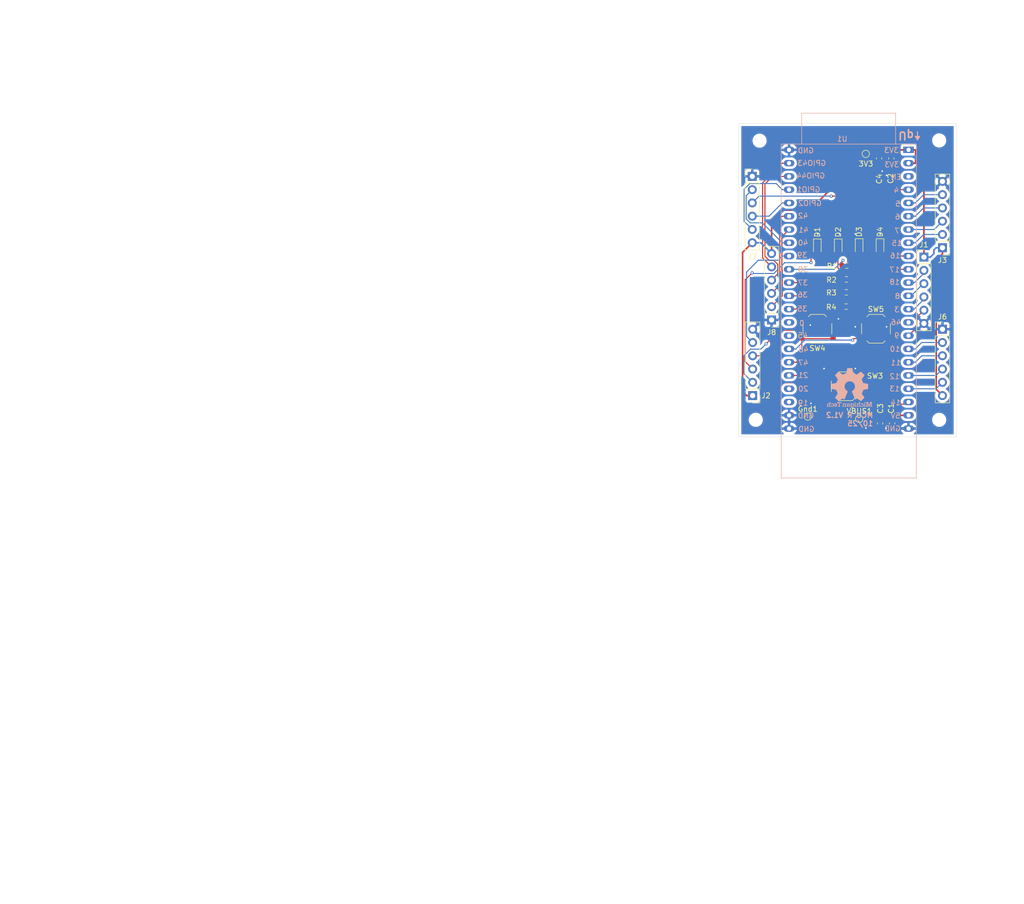
<source format=kicad_pcb>
(kicad_pcb (version 20241229) (generator "pcbnew") (generator_version "9.0")
  (layers (0 "F.Cu" signal) (2 "B.Cu" signal) (13 "F.Paste" user) (15 "B.Paste" user) (5 "F.SilkS" user "F.Silkscreen") (7 "B.SilkS" user "B.Silkscreen") (1 "F.Mask" user) (3 "B.Mask" user) (25 "Edge.Cuts" user))
  (net 0 "")
  (net 1 "GPIO4")
  (net 2 "GND")
  (net 3 "GPIO5")
  (net 4 "GPIO1")
  (net 5 "GPIO2")
  (net 6 "GPIO21")
  (net 7 "GPIO14")
  (net 8 "GPIO12")
  (net 9 "GPIO9")
  (net 10 "VCC_5V")
  (net 11 "GPIO11")
  (net 12 "GPIO3")
  (net 13 "VCC_3V3")
  (net 14 "GPIO8")
  (net 15 "GPIO48")
  (net 16 "GPIO10")
  (net 17 "GPIO18")
  (net 18 "GPIO13")
  (net 19 "GPIO47")
  (net 20 "GPIO16")
  (net 21 "RXD0")
  (net 22 "GPIO17")
  (net 23 "TXD0")
  (net 24 "GPIO7")
  (net 25 "GPIO42")
  (net 26 "GPIO36")
  (net 27 "GPIO6")
  (net 28 "GPIO37")
  (net 29 "GPIO38")
  (net 30 "GPIO15")
  (net 31 "GPIO41")
  (net 32 "GPIO35")
  (net 33 "Net-(D4-A)")
  (net 34 "Net-(D1-A)")
  (net 35 "Net-(D2-A)")
  (net 36 "Net-(D3-A)")
  (net 37 "GPIO39")
  (net 38 "GPIO40")
  (footprint "Connector_PinHeader_2.54mm:PinHeader_1x06_P2.54mm_Vertical" (layer "F.Cu") (at 203.325 50.13)
    (property "Reference" "J7")
    (property "Value" "Conn_01x06_Pin")
  )
  (footprint "MCU_Carrier_Board:SW_Push_1P1T_XKB_TS-1187A" (layer "F.Cu") (at 227 79.3)
    (property "Reference" "SW5")
    (property "Value" "SW_Push")
  )
  (footprint "Connector_PinHeader_2.54mm:PinHeader_1x06_P2.54mm_Vertical" (layer "F.Cu") (at 239.725 79.385)
    (property "Reference" "J6")
    (property "Value" "Conn_01x06_Pin")
  )
  (footprint "MCU_Carrier_Board:TestPoint_Pad_D1.0mm" (layer "F.Cu") (at 213.95 96.1)
    (property "Reference" "Gnd1")
    (property "Value" "TestPoint")
  )
  (footprint "Connector_PinHeader_2.54mm:PinHeader_1x06_P2.54mm_Vertical" (layer "F.Cu") (at 207.025 77.605 180)
    (property "Reference" "J8")
    (property "Value" "Conn_01x06_Pin")
  )
  (footprint "MCU_Carrier_Board:TestPoint_Pad_D1.0mm" (layer "F.Cu") (at 225.05 45.825)
    (property "Reference" "3V3")
    (property "Value" "TestPoint")
  )
  (footprint "MCU_Carrier_Board:LED_0603_1608Metric_Pad1.05x0.95mm_HandSolder" (layer "F.Cu") (at 227.775 63.725 -90)
    (property "Reference" "D4")
    (property "Value" "LED")
  )
  (footprint "MCU_Carrier_Board:MountingHole_2.5mm" (layer "F.Cu") (at 204.725 43.3)
    (property "Reference" "H1" (hide yes))
    (property "Value" "MountingHole")
  )
  (footprint "MCU_Carrier_Board:SW_Push_1P1T_XKB_TS-1187A" (layer "F.Cu") (at 221.2 90.3)
    (property "Reference" "SW3")
    (property "Value" "SW_Push")
  )
  (footprint "MCU_Carrier_Board:LED_0603_1608Metric_Pad1.05x0.95mm_HandSolder" (layer "F.Cu") (at 223.775 63.725 -90)
    (property "Reference" "D3")
    (property "Value" "LED")
  )
  (footprint "MCU_Carrier_Board:LED_0603_1608Metric_Pad1.05x0.95mm_HandSolder" (layer "F.Cu") (at 215.775 63.775 -90)
    (property "Reference" "D1")
    (property "Value" "LED")
  )
  (footprint "MCU_Carrier_Board:LED_0603_1608Metric_Pad1.05x0.95mm_HandSolder" (layer "F.Cu") (at 219.775 63.775 -90)
    (property "Reference" "D2")
    (property "Value" "LED")
  )
  (footprint "MCU_Carrier_Board:C_0603_1608Metric_Pad1.08x0.95mm_HandSolder" (layer "F.Cu") (at 227.6 46.7 -90)
    (property "Reference" "C4")
    (property "Value" "10uF")
  )
  (footprint "MCU_Carrier_Board:R_0603_1608Metric_Pad0.98x0.95mm_HandSolder" (layer "F.Cu") (at 221.325 72.325)
    (property "Reference" "R3")
    (property "Value" "1K")
  )
  (footprint "MCU_Carrier_Board:R_0603_1608Metric_Pad0.98x0.95mm_HandSolder" (layer "F.Cu") (at 221.35 69.85)
    (property "Reference" "R2")
    (property "Value" "1K")
  )
  (footprint "MCU_Carrier_Board:MountingHole_2.5mm" (layer "F.Cu") (at 239.1 43.25)
    (property "Reference" "H2" (hide yes))
    (property "Value" "MountingHole")
  )
  (footprint "MCU_Carrier_Board:SW_Push_1P1T_XKB_TS-1187A" (layer "F.Cu") (at 215.8 79.3)
    (property "Reference" "SW4")
    (property "Value" "SW_Push")
  )
  (footprint "Connector_PinHeader_2.54mm:PinHeader_1x06_P2.54mm_Vertical" (layer "F.Cu") (at 236.175 65.585)
    (property "Reference" "J1")
    (property "Value" "Conn_01x06_Pin")
  )
  (footprint "Connector_PinHeader_2.54mm:PinHeader_1x06_P2.54mm_Vertical" (layer "F.Cu") (at 203.4 92.09 180)
    (property "Reference" "J2")
    (property "Value" "Conn_01x06_Pin")
  )
  (footprint "MCU_Carrier_Board:R_0603_1608Metric_Pad0.98x0.95mm_HandSolder" (layer "F.Cu") (at 221.425 67.2)
    (property "Reference" "R1")
    (property "Value" "1K")
  )
  (footprint "MCU_Carrier_Board:C_0603_1608Metric_Pad1.08x0.95mm_HandSolder" (layer "F.Cu") (at 230.1 97.425 90)
    (property "Reference" "C1")
    (property "Value" ".1uF")
  )
  (footprint "MCU_Carrier_Board:C_0603_1608Metric_Pad1.08x0.95mm_HandSolder" (layer "F.Cu") (at 227.7875 97.425 90)
    (property "Reference" "C3")
    (property "Value" "10uF")
  )
  (footprint "MCU_Carrier_Board:R_0603_1608Metric_Pad0.98x0.95mm_HandSolder" (layer "F.Cu") (at 221.3 75.05)
    (property "Reference" "R4")
    (property "Value" "1K")
  )
  (footprint "MCU_Carrier_Board:C_0603_1608Metric_Pad1.08x0.95mm_HandSolder" (layer "F.Cu") (at 229.95 46.7 -90)
    (property "Reference" "C2")
    (property "Value" ".1uF")
  )
  (footprint "Connector_PinHeader_2.54mm:PinHeader_1x06_P2.54mm_Vertical" (layer "F.Cu") (at 239.725 63.79 180)
    (property "Reference" "J3")
    (property "Value" "Conn_01x06_Pin")
  )
  (footprint "MCU_Carrier_Board:MountingHole_2.5mm" (layer "F.Cu") (at 204 96.725)
    (property "Reference" "H3" (hide yes))
    (property "Value" "MountingHole")
  )
  (footprint "MCU_Carrier_Board:TestPoint_Pad_D1.0mm" (layer "F.Cu") (at 223.8 96.525)
    (property "Reference" "VBUS1")
    (property "Value" "TestPoint")
  )
  (footprint "MCU_Carrier_Board:MountingHole_2.5mm" (layer "F.Cu") (at 239.1 96.725)
    (property "Reference" "H4" (hide yes))
    (property "Value" "MountingHole")
  )
  (footprint "PCM_Espressif:ESP32-S3-DevKitC" (layer "B.Cu") (at 233.23 45.0579 180)
    (property "Reference" "U1")
    (property "Value" "ESP32-S3-DevKitC" (hide yes))
  )
  (gr_poly (pts (xy 219.225792 93.574694) (xy 219.188549 93.576708) (xy 219.171524 93.578329) (xy 219.155522 93.580404) (xy 219.140513 93.582968) (xy 219.126467 93.586057) (xy 219.113352 93.589704) (xy 219.101138 93.593945) (xy 219.089796 93.598813) (xy 219.079293 93.604344) (xy 219.069601 93.610572) (xy 219.060687 93.617532) (xy 219.052523 93.625258) (xy 219.045076 93.633786) (xy 219.038318 93.643148) (xy 219.032216 93.653381) (xy 219.026741 93.664519) (xy 219.021863 93.676596) (xy 219.01755 93.689647) (xy 219.013772 93.703707) (xy 219.010499 93.718809) (xy 219.007699 93.73499) (xy 219.005344 93.752283) (xy 219.003401 93.770723) (xy 219.000634 93.811183) (xy 218.999152 93.856646) (xy 218.998712 93.907389) (xy 218.998798 93.912436) (xy 218.999069 93.917005) (xy 218.999543 93.92112) (xy 218.999862 93.923012) (xy 219.000239 93.924799) (xy 219.000676 93.926482) (xy 219.001176 93.928064) (xy 219.001741 93.929548) (xy 219.002373 93.930936) (xy 219.003074 93.932231) (xy 219.003848 93.933436) (xy 219.004695 93.934552) (xy 219.00562 93.935584) (xy 219.006624 93.936532) (xy 219.007708 93.937401) (xy 219.008877 93.938192) (xy 219.010132 93.938908) (xy 219.011475 93.939552) (xy 219.012909 93.940127) (xy 219.014436 93.940634) (xy 219.016058 93.941077) (xy 219.017778 93.941458) (xy 219.019599 93.94178) (xy 219.023549 93.942256) (xy 219.027929 93.942526) (xy 219.032756 93.942612) (xy 219.397757 93.942612) (xy 219.396873 93.969492) (xy 219.395476 93.993452) (xy 219.393465 94.014658) (xy 219.390737 94.033271) (xy 219.387192 94.049455) (xy 219.385081 94.056688) (xy 219.382728 94.063375) (xy 219.380119 94.069536) (xy 219.377242 94.075193) (xy 219.374085 94.080365) (xy 219.370635 94.085072) (xy 219.366878 94.089337) (xy 219.362803 94.093178) (xy 219.358397 94.096616) (xy 219.353647 94.099672) (xy 219.348539 94.102366) (xy 219.343063 94.104718) (xy 219.337204 94.10675) (xy 219.33095 94.108481) (xy 219.317208 94.111122) (xy 219.301733 94.112807) (xy 219.284425 94.113697) (xy 219.265183 94.113958) (xy 219.245555 94.113729) (xy 219.227993 94.11301) (xy 219.212387 94.111751) (xy 219.198625 94.109902) (xy 219.186598 94.107413) (xy 219.1812 94.105913) (xy 219.176195 94.104235) (xy 219.171569 94.102371) (xy 219.167307 94.100317) (xy 219.163396 94.098066) (xy 219.159822 94.095611) (xy 219.156571 94.092946) (xy 219.153631 94.090066) (xy 219.150986 94.086964) (xy 219.148623 94.083633) (xy 219.146528 94.080067) (xy 219.144688 94.076261) (xy 219.143088 94.072208) (xy 219.141716 94.067902) (xy 219.139596 94.058505) (xy 219.138218 94.048021) (xy 219.137473 94.0364) (xy 219.137249 94.023592) (xy 218.999894 94.017701) (xy 219.000372 94.046506) (xy 219.001954 94.072694) (xy 219.003229 94.084838) (xy 219.004864 94.096367) (xy 219.006887 94.107294) (xy 219.009325 94.117632) (xy 219.012207 94.127394) (xy 219.015561 94.136593) (xy 219.019414 94.145243) (xy 219.023795 94.153355) (xy 219.028731 94.160945) (xy 219.034251 94.168024) (xy 219.040381 94.174605) (xy 219.047151 94.180703) (xy 219.054588 94.186329) (xy 219.06272 94.191497) (xy 219.071575 94.196221) (xy 219.08118 94.200512) (xy 219.091565 94.204385) (xy 219.102756 94.207853) (xy 219.114782 94.210928) (xy 219.127671 94.213623) (xy 219.14145 94.215953) (xy 219.156147 94.217929) (xy 219.171791 94.219566) (xy 219.188409 94.220875) (xy 219.22468 94.222565) (xy 219.265183 94.223106) (xy 219.306792 94.222446) (xy 219.344185 94.220305) (xy 219.361366 94.218603) (xy 219.377572 94.216439) (xy 219.392829 94.213782) (xy 219.407165 94.210602) (xy 219.420605 94.206869) (xy 219.433175 94.202552) (xy 219.444903 94.19762) (xy 219.455814 94.192043) (xy 219.465936 94.18579) (xy 219.475294 94.178831) (xy 219.483915 94.171136) (xy 219.491825 94.162673) (xy 219.499051 94.153413) (xy 219.505619 94.143324) (xy 219.511556 94.132377) (xy 219.516889 94.120541) (xy 219.521642 94.107784) (xy 219.525844 94.094077) (xy 219.52952 94.07939) (xy 219.532697 94.063691) (xy 219.535401 94.04695) (xy 219.537659 94.029137) (xy 219.540941 93.990171) (xy 219.542755 93.946549) (xy 219.543313 93.898026) (xy 219.542758 93.849904) (xy 219.397757 93.849904) (xy 219.13843 93.849904) (xy 219.139352 93.823649) (xy 219.14085 93.800235) (xy 219.143004 93.779504) (xy 219.145894 93.761297) (xy 219.147641 93.75309) (xy 219.149602 93.745456) (xy 219.151789 93.738373) (xy 219.15421 93.731823) (xy 219.156875 93.725785) (xy 219.159796 93.72024) (xy 219.162982 93.715167) (xy 219.166443 93.710548) (xy 219.170189 93.706362) (xy 219.174231 93.702589) (xy 219.178579 93.69921) (xy 219.183241 93.696205) (xy 219.18823 93.693554) (xy 219.193555 93.691237) (xy 219.199225 93.689235) (xy 219.205252 93.687528) (xy 219.218413 93.684918) (xy 219.23312 93.68325) (xy 219.249453 93.682365) (xy 219.267494 93.682105) (xy 219.286135 93.682365) (xy 219.302942 93.68325) (xy 219.310687 93.683976) (xy 219.318008 93.684918) (xy 219.324918 93.686095) (xy 219.331427 93.687528) (xy 219.337547 93.689235) (xy 219.34329 93.691237) (xy 219.348668 93.693554) (xy 219.353692 93.696205) (xy 219.358373 93.69921) (xy 219.362724 93.702589) (xy 219.366756 93.706362) (xy 219.370481 93.710548) (xy 219.37391 93.715167) (xy 219.377054 93.72024) (xy 219.379927 93.725785) (xy 219.382538 93.731823) (xy 219.3849 93.738373) (xy 219.387025 93.745456) (xy 219.388923 93.75309) (xy 219.390607 93.761297) (xy 219.392088 93.770094) (xy 219.393379 93.779504) (xy 219.395432 93.800235) (xy 219.396861 93.823649) (xy 219.397757 93.849904) (xy 219.542758 93.849904) (xy 219.542756 93.84971) (xy 219.540945 93.806268) (xy 219.537674 93.767457) (xy 219.532733 93.733035) (xy 219.529571 93.717394) (xy 219.525914 93.702759) (xy 219.521736 93.689101) (xy 219.51701 93.676388) (xy 219.511711 93.66459) (xy 219.505813 93.653678) (xy 219.499289 93.643621) (xy 219.492114 93.634388) (xy 219.484261 93.62595) (xy 219.475705 93.618275) (xy 219.46642 93.611334) (xy 219.456379 93.605097) (xy 219.445556 93.599533) (xy 219.433926 93.594611) (xy 219.421463 93.590302) (xy 219.40814 93.586575) (xy 219.393931 93.5834) (xy 219.378811 93.580747) (xy 219.345733 93.576884) (xy 219.308697 93.574744) (xy 219.267494 93.574085)) (stroke (width -0.000001)) (fill yes) (layer "B.SilkS"))
  (gr_poly (pts (xy 224.300205 93.574614) (xy 224.264044 93.576284) (xy 224.231826 93.579217) (xy 224.203339 93.583534) (xy 224.190426 93.58625) (xy 224.178365 93.589358) (xy 224.167129 93.592873) (xy 224.156691 93.59681) (xy 224.147024 93.601184) (xy 224.138102 93.606012) (xy 224.129896 93.611307) (xy 224.122382 93.617086) (xy 224.115531 93.623363) (xy 224.109316 93.630154) (xy 224.103712 93.637474) (xy 224.09869 93.645339) (xy 224.094225 93.653762) (xy 224.090289 93.662761) (xy 224.086855 93.672349) (xy 224.083897 93.682543) (xy 224.081387 93.693357) (xy 224.0793 93.704807) (xy 224.076282 93.729675) (xy 224.074629 93.757268) (xy 224.074126 93.787709) (xy 224.21379 93.794711) (xy 224.214041 93.780192) (xy 224.214856 93.766944) (xy 224.215507 93.760782) (xy 224.216335 93.754921) (xy 224.217354 93.749355) (xy 224.218576 93.744077) (xy 224.220013 93.739083) (xy 224.221676 93.734366) (xy 224.223579 93.729921) (xy 224.225734 93.725742) (xy 224.228152 93.721823) (xy 224.230847 93.718158) (xy 224.23383 93.714742) (xy 224.237114 93.711569) (xy 224.24071 93.708632) (xy 224.244631 93.705927) (xy 224.24889 93.703448) (xy 224.253499 93.701188) (xy 224.258469 93.699142) (xy 224.263813 93.697304) (xy 224.269544 93.695669) (xy 224.275673 93.69423) (xy 224.282213 93.692983) (xy 224.289177 93.69192) (xy 224.296575 93.691037) (xy 224.304421 93.690327) (xy 224.321505 93.689405) (xy 224.340526 93.689108) (xy 224.361156 93.689443) (xy 224.379572 93.690576) (xy 224.387987 93.691503) (xy 224.395894 93.692701) (xy 224.403308 93.694195) (xy 224.410245 93.696008) (xy 224.41672 93.698166) (xy 224.422747 93.700692) (xy 224.428343 93.703609) (xy 224.433522 93.706943) (xy 224.4383 93.710717) (xy 224.442692 93.714955) (xy 224.446713 93.719681) (xy 224.450379 93.72492) (xy 224.453704 93.730694) (xy 224.456704 93.737029) (xy 224.459395 93.743949) (xy 224.461791 93.751477) (xy 224.463907 93.759637) (xy 224.46576 93.768455) (xy 224.467364 93.777952) (xy 224.468734 93.788154) (xy 224.469886 93.799085) (xy 224.470835 93.810769) (xy 224.472184 93.836491) (xy 224.472905 93.865513) (xy 224.473118 93.898026) (xy 224.472905 93.930734) (xy 224.472184 93.959899) (xy 224.470835 93.98572) (xy 224.468734 94.008393) (xy 224.46576 94.028118) (xy 224.461791 94.04509) (xy 224.459395 94.052606) (xy 224.456704 94.059508) (xy 224.453704 94.065821) (xy 224.450379 94.07157) (xy 224.446713 94.076779) (xy 224.442692 94.081473) (xy 224.4383 94.085676) (xy 224.433522 94.089414) (xy 224.428343 94.092711) (xy 224.422747 94.095591) (xy 224.41672 94.098081) (xy 224.410245 94.100203) (xy 224.395894 94.103445) (xy 224.379572 94.105517) (xy 224.361156 94.106615) (xy 224.340526 94.106937) (xy 224.321313 94.106693) (xy 224.304087 94.105921) (xy 224.288744 94.104562) (xy 224.275182 94.102554) (xy 224.269037 94.101289) (xy 224.263298 94.099839) (xy 224.257952 94.098196) (xy 224.252987 94.096354) (xy 224.24839 94.094305) (xy 224.244148 94.092041) (xy 224.240248 94.089554) (xy 224.236677 94.086838) (xy 224.233422 94.083885) (xy 224.230471 94.080687) (xy 224.22781 94.077236) (xy 224.225427 94.073526) (xy 224.223309 94.069548) (xy 224.221442 94.065295) (xy 224.219814 94.06076) (xy 224.218412 94.055935) (xy 224.217224 94.050812) (xy 224.216236 94.045384) (xy 224.214808 94.033583) (xy 224.214028 94.020471) (xy 224.21379 94.005989) (xy 224.074126 94.000097) (xy 224.07459 94.032198) (xy 224.076137 94.061244) (xy 224.078997 94.087369) (xy 224.080992 94.099379) (xy 224.083401 94.11071) (xy 224.086253 94.121379) (xy 224.089578 94.131403) (xy 224.093404 94.140799) (xy 224.09776 94.149584) (xy 224.102674 94.157774) (xy 224.108176 94.165388) (xy 224.114295 94.172441) (xy 224.121059 94.178951) (xy 224.128496 94.184935) (xy 224.136636 94.19041) (xy 224.145508 94.195392) (xy 224.155141 94.1999) (xy 224.165562 94.203949) (xy 224.176802 94.207557) (xy 224.188888 94.21074) (xy 224.20185 94.213517) (xy 224.215717 94.215903) (xy 224.230516 94.217916) (xy 224.263031 94.22089) (xy 224.299624 94.222574) (xy 224.340526 94.223106) (xy 224.382136 94.222446) (xy 224.419528 94.220305) (xy 224.436709 94.218603) (xy 224.452915 94.216439) (xy 224.468173 94.213782) (xy 224.482508 94.210602) (xy 224.495948 94.206869) (xy 224.508518 94.202552) (xy 224.520246 94.19762) (xy 224.531157 94.192043) (xy 224.541279 94.18579) (xy 224.550637 94.178831) (xy 224.559258 94.171136) (xy 224.567168 94.162673) (xy 224.574394 94.153413) (xy 224.580962 94.143324) (xy 224.586899 94.132377) (xy 224.592232 94.120541) (xy 224.596985 94.107784) (xy 224.601187 94.094077) (xy 224.604863 94.07939) (xy 224.60804 94.063691) (xy 224.610744 94.04695) (xy 224.613001 94.029137) (xy 224.616284 93.990171) (xy 224.618098 93.946549) (xy 224.618656 93.898026) (xy 224.618098 93.84971) (xy 224.616284 93.806268) (xy 224.613001 93.767457) (xy 224.60804 93.733035) (xy 224.604863 93.717394) (xy 224.601187 93.702759) (xy 224.596985 93.689101) (xy 224.592232 93.676388) (xy 224.586899 93.66459) (xy 224.580962 93.653678) (xy 224.574394 93.643621) (xy 224.567168 93.634388) (xy 224.559258 93.62595) (xy 224.550637 93.618275) (xy 224.541279 93.611334) (xy 224.531157 93.605097) (xy 224.520246 93.599533) (xy 224.508518 93.594611) (xy 224.495948 93.590302) (xy 224.482508 93.586575) (xy 224.468173 93.5834) (xy 224.452915 93.580747) (xy 224.419528 93.576884) (xy 224.382136 93.574744) (xy 224.340526 93.574085)) (stroke (width -0.000001)) (fill yes) (layer "B.SilkS"))
  (gr_poly (pts (xy 218.604702 93.574614) (xy 218.568544 93.576284) (xy 218.536329 93.579217) (xy 218.507842 93.583534) (xy 218.494929 93.58625) (xy 218.482868 93.589358) (xy 218.471632 93.592873) (xy 218.461193 93.59681) (xy 218.451525 93.601184) (xy 218.442601 93.606012) (xy 218.434394 93.611307) (xy 218.426878 93.617086) (xy 218.420025 93.623363) (xy 218.413809 93.630154) (xy 218.408202 93.637474) (xy 218.403179 93.645339) (xy 218.398712 93.653762) (xy 218.394774 93.662761) (xy 218.391338 93.672349) (xy 218.388378 93.682543) (xy 218.385867 93.693357) (xy 218.383778 93.704807) (xy 218.380758 93.729675) (xy 218.379104 93.757268) (xy 218.3786 93.787709) (xy 218.518246 93.794711) (xy 218.518496 93.780192) (xy 218.519313 93.766944) (xy 218.519964 93.760782) (xy 218.520793 93.754921) (xy 218.521812 93.749355) (xy 218.523035 93.744077) (xy 218.524472 93.739083) (xy 218.526137 93.734366) (xy 218.528041 93.729921) (xy 218.530196 93.725742) (xy 218.532616 93.721823) (xy 218.535311 93.718158) (xy 218.538296 93.714742) (xy 218.54158 93.711569) (xy 218.545178 93.708632) (xy 218.549101 93.705927) (xy 218.553361 93.703448) (xy 218.557971 93.701188) (xy 218.562943 93.699142) (xy 218.568289 93.697304) (xy 218.574021 93.695669) (xy 218.580152 93.69423) (xy 218.586693 93.692983) (xy 218.593658 93.69192) (xy 218.601058 93.691037) (xy 218.608906 93.690327) (xy 218.625993 93.689405) (xy 218.645018 93.689108) (xy 218.665654 93.689443) (xy 218.684075 93.690576) (xy 218.692493 93.691503) (xy 218.700402 93.692701) (xy 218.707818 93.694195) (xy 218.714757 93.696008) (xy 218.721234 93.698166) (xy 218.727263 93.700692) (xy 218.73286 93.703609) (xy 218.738041 93.706943) (xy 218.74282 93.710717) (xy 218.747213 93.714955) (xy 218.751235 93.719681) (xy 218.754901 93.72492) (xy 218.758227 93.730694) (xy 218.761228 93.737029) (xy 218.763919 93.743949) (xy 218.766316 93.751477) (xy 218.768433 93.759637) (xy 218.770286 93.768455) (xy 218.77189 93.777952) (xy 218.77326 93.788154) (xy 218.774412 93.799085) (xy 218.775361 93.810769) (xy 218.776711 93.836491) (xy 218.777431 93.865513) (xy 218.777644 93.898026) (xy 218.777431 93.930734) (xy 218.776711 93.959899) (xy 218.775361 93.98572) (xy 218.77326 94.008393) (xy 218.770286 94.028118) (xy 218.766316 94.04509) (xy 218.763919 94.052606) (xy 218.761228 94.059508) (xy 218.758227 94.065821) (xy 218.754901 94.07157) (xy 218.751235 94.076779) (xy 218.747213 94.081473) (xy 218.74282 94.085676) (xy 218.738041 94.089414) (xy 218.73286 94.092711) (xy 218.727263 94.095591) (xy 218.721234 94.098081) (xy 218.714757 94.100203) (xy 218.700402 94.103445) (xy 218.684075 94.105517) (xy 218.665654 94.106615) (xy 218.645018 94.106937) (xy 218.625801 94.106693) (xy 218.608572 94.105921) (xy 218.593226 94.104562) (xy 218.579661 94.102554) (xy 218.573514 94.101289) (xy 218.567773 94.099839) (xy 218.562426 94.098196) (xy 218.55746 94.096354) (xy 218.552861 94.094305) (xy 218.548618 94.092041) (xy 218.544716 94.089554) (xy 218.541144 94.086838) (xy 218.537888 94.083885) (xy 218.534936 94.080687) (xy 218.532274 94.077236) (xy 218.529889 94.073526) (xy 218.52777 94.069548) (xy 218.525902 94.065295) (xy 218.524274 94.06076) (xy 218.522871 94.055935) (xy 218.521682 94.050812) (xy 218.520693 94.045384) (xy 218.519265 94.033583) (xy 218.518484 94.020471) (xy 218.518246 94.005989) (xy 218.3786 94.000097) (xy 218.379065 94.032198) (xy 218.380613 94.061244) (xy 218.383476 94.087369) (xy 218.385472 94.099379) (xy 218.387882 94.11071) (xy 218.390737 94.121379) (xy 218.394063 94.131403) (xy 218.397891 94.140799) (xy 218.402249 94.149584) (xy 218.407165 94.157774) (xy 218.412669 94.165388) (xy 218.418789 94.172441) (xy 218.425555 94.178951) (xy 218.432994 94.184935) (xy 218.441136 94.19041) (xy 218.450009 94.195392) (xy 218.459642 94.1999) (xy 218.470065 94.203949) (xy 218.481305 94.207557) (xy 218.493392 94.21074) (xy 218.506354 94.213517) (xy 218.52022 94.215903) (xy 218.535019 94.217916) (xy 218.567532 94.22089) (xy 218.604121 94.222574) (xy 218.645018 94.223106) (xy 218.686633 94.222446) (xy 218.724031 94.220305) (xy 218.741215 94.218603) (xy 218.757423 94.216439) (xy 218.772683 94.213782) (xy 218.78702 94.210602) (xy 218.800461 94.206869) (xy 218.813034 94.202552) (xy 218.824763 94.19762) (xy 218.835676 94.192043) (xy 218.845798 94.18579) (xy 218.855157 94.178831) (xy 218.863779 94.171136) (xy 218.87169 94.162673) (xy 218.878917 94.153413) (xy 218.885486 94.143324) (xy 218.891424 94.132377) (xy 218.896757 94.120541) (xy 218.901511 94.107784) (xy 218.905713 94.094077) (xy 218.909389 94.07939) (xy 218.912566 94.063691) (xy 218.91527 94.04695) (xy 218.917528 94.029137) (xy 218.920811 93.990171) (xy 218.922625 93.946549) (xy 218.923183 93.898026) (xy 218.922625 93.84971) (xy 218.920811 93.806268) (xy 218.917528 93.767457) (xy 218.912566 93.733035) (xy 218.909389 93.717394) (xy 218.905713 93.702759) (xy 218.901511 93.689101) (xy 218.896757 93.676388) (xy 218.891424 93.66459) (xy 218.885487 93.653678) (xy 218.878918 93.643621) (xy 218.871691 93.634388) (xy 218.86378 93.62595) (xy 218.855158 93.618275) (xy 218.845799 93.611334) (xy 218.835676 93.605097) (xy 218.824763 93.599533) (xy 218.813034 93.594611) (xy 218.800462 93.590302) (xy 218.78702 93.586575) (xy 218.772683 93.5834) (xy 218.757423 93.580747) (xy 218.724031 93.576884) (xy 218.686633 93.574744) (xy 218.645018 93.574085)) (stroke (width -0.000001)) (fill yes) (layer "B.SilkS"))
  (gr_poly (pts (xy 221.542356 86.816694) (xy 221.54036 86.816842) (xy 221.538374 86.817087) (xy 221.5364 86.817425) (xy 221.534441 86.817855) (xy 221.532501 86.818373) (xy 221.530582 86.818977) (xy 221.528688 86.819665) (xy 221.526821 86.820435) (xy 221.524984 86.821283) (xy 221.52318 86.822208) (xy 221.521413 86.823206) (xy 221.519685 86.824276) (xy 221.517999 86.825415) (xy 221.516359 86.826621) (xy 221.514766 86.827891) (xy 221.513225 86.829222) (xy 221.511738 86.830613) (xy 221.510308 86.83206) (xy 221.508939 86.833562) (xy 221.507632 86.835115) (xy 221.506392 86.836718) (xy 221.505221 86.838368) (xy 221.504122 86.840062) (xy 221.503098 86.841798) (xy 221.502152 86.843574) (xy 221.501288 86.845387) (xy 221.500507 86.847234) (xy 221.499813 86.849114) (xy 221.49921 86.851023) (xy 221.498699 86.852959) (xy 221.498285 86.854921) (xy 221.332038 87.748189) (xy 221.331619 87.750169) (xy 221.331109 87.752156) (xy 221.330512 87.754146) (xy 221.32983 87.756135) (xy 221.328225 87.760101) (xy 221.326316 87.764028) (xy 221.324125 87.76789) (xy 221.321675 87.771662) (xy 221.318989 87.775317) (xy 221.316088 87.77883) (xy 221.312997 87.782176) (xy 221.309736 87.785328) (xy 221.306329 87.788262) (xy 221.302798 87.79095) (xy 221.299166 87.793368) (xy 221.295456 87.79549) (xy 221.293578 87.796432) (xy 221.291689 87.79729) (xy 221.289791 87.798061) (xy 221.287888 87.798742) (xy 220.689207 88.0438) (xy 220.685491 88.045434) (xy 220.681549 88.0468) (xy 220.677416 88.047899) (xy 220.673127 88.048735) (xy 220.668717 88.049308) (xy 220.66422 88.049621) (xy 220.65967 88.049677) (xy 220.655104 88.049477) (xy 220.650556 88.049024) (xy 220.646059 88.048321) (xy 220.64165 88.047368) (xy 220.637363 88.046169) (xy 220.633232 88.044725) (xy 220.629292 88.043039) (xy 220.625579 88.041113) (xy 220.622126 88.038949) (xy 219.875877 87.526875) (xy 219.874194 87.525777) (xy 219.872461 87.524764) (xy 219.870683 87.523837) (xy 219.868862 87.522994) (xy 219.867004 87.522236) (xy 219.86511 87.521562) (xy 219.863186 87.520971) (xy 219.861236 87.520464) (xy 219.859262 87.52004) (xy 219.857269 87.519699) (xy 219.85324 87.519263) (xy 219.849179 87.519153) (xy 219.845117 87.519367) (xy 219.841085 87.519902) (xy 219.837112 87.520754) (xy 219.833228 87.521921) (xy 219.83133 87.522621) (xy 219.829465 87.5234) (xy 219.827638 87.524255) (xy 219.825853 87.525188) (xy 219.824113 87.526197) (xy 219.822421 87.527282) (xy 219.820783 87.528443) (xy 219.819201 87.52968) (xy 219.81768 87.530992) (xy 219.816223 87.532378) (xy 219.187785 88.160799) (xy 219.186399 88.162257) (xy 219.185088 88.163781) (xy 219.183853 88.165365) (xy 219.182694 88.167006) (xy 219.181612 88.1687) (xy 219.180606 88.170443) (xy 219.178826 88.174062) (xy 219.177355 88.177832) (xy 219.176196 88.181722) (xy 219.175352 88.185702) (xy 219.174824 88.189742) (xy 219.174615 88.19381) (xy 219.174727 88.197876) (xy 219.175162 88.20191) (xy 219.175923 88.205881) (xy 219.177011 88.209759) (xy 219.177679 88.211653) (xy 219.178429 88.213512) (xy 219.179263 88.215332) (xy 219.180179 88.21711) (xy 219.181179 88.218842) (xy 219.182263 88.220524) (xy 219.685448 88.953878) (xy 219.687612 88.957352) (xy 219.689532 88.961077) (xy 219.691207 88.965019) (xy 219.692633 88.969145) (xy 219.693809 88.97342) (xy 219.694733 88.977811) (xy 219.695402 88.982284) (xy 219.695815 88.986806) (xy 219.69597 88.991341) (xy 219.695865 88.995858) (xy 219.695497 89.000321) (xy 219.694864 89.004698) (xy 219.693965 89.008954) (xy 219.692796 89.013055) (xy 219.691357 89.016968) (xy 219.689646 89.020659) (xy 219.424921 89.638249) (xy 219.423412 89.64204) (xy 219.421554 89.645797) (xy 219.419374 89.649498) (xy 219.416899 89.653121) (xy 219.414156 89.656642) (xy 219.41117 89.66004) (xy 219.407968 89.663291) (xy 219.404577 89.666374) (xy 219.401023 89.669267) (xy 219.397333 89.671945) (xy 219.393534 89.674388) (xy 219.389652 89.676572) (xy 219.385713 89.678476) (xy 219.381743 89.680076) (xy 219.377771 89.68135) (xy 219.373822 89.682276) (xy 218.510186 89.842825) (xy 218.510187 89.842825) (xy 218.508227 89.84325) (xy 218.506292 89.84377) (xy 218.504385 89.844383) (xy 218.502507 89.845084) (xy 218.50066 89.845871) (xy 218.498849 89.846742) (xy 218.497075 89.847693) (xy 218.49534 89.848721) (xy 218.491998 89.850998) (xy 218.488845 89.85355) (xy 218.485898 89.856352) (xy 218.483179 89.859383) (xy 218.480707 89.862619) (xy 218.478502 89.866035) (xy 218.476584 89.86961) (xy 218.475738 89.871449) (xy 218.474971 89.873319) (xy 218.474286 89.875217) (xy 218.473685 89.87714) (xy 218.473171 89.879085) (xy 218.472745 89.881049) (xy 218.47241 89.88303) (xy 218.47217 89.885023) (xy 218.472026 89.887027) (xy 218.471981 89.889038) (xy 218.472122 90.777845) (xy 218.472172 90.779853) (xy 218.47232 90.781855) (xy 218.472565 90.783847) (xy 218.472903 90.785827) (xy 218.473332 90.787791) (xy 218.473849 90.789737) (xy 218.474453 90.79166) (xy 218.47514 90.79356) (xy 218.475909 90.795431) (xy 218.476757 90.797272) (xy 218.477681 90.79908) (xy 218.478679 90.800851) (xy 218.479748 90.802582) (xy 218.480886 90.804271) (xy 218.482091 90.805914) (xy 218.48336 90.807509) (xy 218.484691 90.809052) (xy 218.48608 90.81054) (xy 218.487527 90.811971) (xy 218.489028 90.813341) (xy 218.490581 90.814648) (xy 218.492183 90.815888) (xy 218.493832 90.817059) (xy 218.495525 90.818157) (xy 218.497261 90.81918) (xy 218.499036 90.820124) (xy 218.500848 90.820986) (xy 218.502695 90.821764) (xy 218.504574 90.822454) (xy 218.506483 90.823054) (xy 218.50842 90.82356) (xy 218.510381 90.82397) (xy 219.352814 90.980744) (xy 219.354793 90.98115) (xy 219.356777 90.981648) (xy 219.358762 90.982235) (xy 219.360746 90.982909) (xy 219.364694 90.984503) (xy 219.368598 90.986407) (xy 219.372431 90.988598) (xy 219.376169 90.991053) (xy 219.379785 90.993749) (xy 219.383256 90.996661) (xy 219.386555 90.999768) (xy 219.389658 91.003046) (xy 219.392539 91.006472) (xy 219.395172 91.010021) (xy 219.397534 91.013672) (xy 219.399598 91.017401) (xy 219.401339 91.021185) (xy 219.40208 91.02309) (xy 219.402732 91.025) (xy 219.665727 91.681961) (xy 219.667354 91.6857) (xy 219.668711 91.689659) (xy 219.669801 91.693804) (xy 219.670626 91.6981) (xy 219.671189 91.702514) (xy 219.671492 91.707012) (xy 219.671538 91.711558) (xy 219.67133 91.71612) (xy 219.670869 91.720664) (xy 219.67016 91.725154) (xy 219.669203 91.729557) (xy 219.668002 91.73384) (xy 219.666559 91.737967) (xy 219.664877 91.741905) (xy 219.662959 91.745619) (xy 219.660806 91.749077) (xy 219.182263 92.446377) (xy 219.181166 92.448056) (xy 219.180155 92.449785) (xy 219.179229 92.45156) (xy 219.178388 92.453379) (xy 219.177631 92.455237) (xy 219.176958 92.457129) (xy 219.176369 92.459053) (xy 219.175863 92.461005) (xy 219.17544 92.46298) (xy 219.175099 92.464975) (xy 219.174665 92.469009) (xy 219.174556 92.473076) (xy 219.174771 92.477146) (xy 219.175306 92.481187) (xy 219.176158 92.485169) (xy 219.177326 92.489062) (xy 219.178027 92.490965) (xy 219.178805 92.492834) (xy 219.179661 92.494665) (xy 219.180593 92.496454) (xy 219.181602 92.498199) (xy 219.182688 92.499893) (xy 219.183849 92.501535) (xy 219.185086 92.50312) (xy 219.186398 92.504643) (xy 219.187784 92.506102) (xy 219.816346 93.134594) (xy 219.817792 93.135969) (xy 219.819304 93.13727) (xy 219.820877 93.138497) (xy 219.822509 93.139649) (xy 219.824194 93.140726) (xy 219.82593 93.141728) (xy 219.829536 93.143503) (xy 219.833296 93.144972) (xy 219.83718 93.146132) (xy 219.841156 93.14698) (xy 219.845194 93.147514) (xy 219.849262 93.14773) (xy 219.85333 93.147626) (xy 219.857366 93.147198) (xy 219.861341 93.146445) (xy 219.865222 93.145363) (xy 219.867118 93.144697) (xy 219.86898 93.143949) (xy 219.870803 93.143116) (xy 219.872583 93.1422) (xy 219.874316 93.1412) (xy 219.876 93.140114) (xy 220.560989 92.669932) (xy 220.564433 92.667797) (xy 220.568122 92.665925) (xy 220.572022 92.664315) (xy 220.576099 92.662969) (xy 220.58032 92.661888) (xy 220.584652 92.661073) (xy 220.58906 92.660523) (xy 220.593511 92.660241) (xy 220.597971 92.660228) (xy 220.602408 92.660483) (xy 220.606787 92.661008) (xy 220.611075 92.661803) (xy 220.615237 92.66287) (xy 220.619242 92.66421) (xy 220.623054 92.665823) (xy 220.626641 92.667709) (xy 220.928707 92.828982) (xy 220.930512 92.829838) (xy 220.932332 92.83059) (xy 220.934164 92.83124) (xy 220.936005 92.831788) (xy 220.937853 92.832236) (xy 220.939703 92.832586) (xy 220.941552 92.832838) (xy 220.943398 92.832993) (xy 220.945238 92.833052) (xy 220.947067 92.833017) (xy 220.948883 92.832889) (xy 220.950683 92.832669) (xy 220.952464 92.832358) (xy 220.954221 92.831958) (xy 220.955954 92.831468) (xy 220.957657 92.830891) (xy 220.959328 92.830228) (xy 220.960963 92.82948) (xy 220.96256 92.828648) (xy 220.964116 92.827733) (xy 220.965626 92.826736) (xy 220.967089 92.825659) (xy 220.968501 92.824502) (xy 220.969858 92.823267) (xy 220.971157 92.821955) (xy 220.972396 92.820567) (xy 220.973571 92.819104) (xy 220.974679 92.817568) (xy 220.975717 92.815959) (xy 220.976682 92.814278) (xy 220.97757 92.812528) (xy 220.978378 92.810708) (xy 221.601171 91.305688) (xy 221.601889 91.303817) (xy 221.602512 91.301917) (xy 221.60304 91.299992) (xy 221.603476 91.298046) (xy 221.603819 91.296082) (xy 221.604073 91.294103) (xy 221.604237 91.292114) (xy 221.604314 91.290117) (xy 221.604303 91.288117) (xy 221.604207 91.286117) (xy 221.604026 91.284121) (xy 221.603763 91.282132) (xy 221.603417 91.280154) (xy 221.60299 91.278191) (xy 221.602484 91.276245) (xy 221.601899 91.274322) (xy 221.601238 91.272423) (xy 221.6005 91.270554) (xy 221.599687 91.268717) (xy 221.598801 91.266916) (xy 221.597842 91.265155) (xy 221.596813 91.263438) (xy 221.595713 91.261767) (xy 221.594544 91.260147) (xy 221.593308 91.258581) (xy 221.592005 91.257072) (xy 221.590638 91.255626) (xy 221.589206 91.254244) (xy 221.587711 91.25293) (xy 221.586155 91.251689) (xy 221.584539 91.250524) (xy 221.582863 91.249438) (xy 221.507262 91.203118) (xy 221.501833 91.199657) (xy 221.496032 91.195707) (xy 221.48997 91.191354) (xy 221.483756 91.186683) (xy 221.477502 91.181778) (xy 221.471318 91.176726) (xy 221.465314 91.17161) (xy 221.459602 91.166517) (xy 221.409551 91.132263) (xy 221.361785 91.09507) (xy 221.316436 91.055069) (xy 221.273633 91.012388) (xy 221.233505 90.967159) (xy 221.196184 90.91951) (xy 221.1618 90.869571) (xy 221.130483 90.817472) (xy 221.102362 90.763343) (xy 221.077568 90.707313) (xy 221.056232 90.649511) (xy 221.038483 90.590069) (xy 221.024452 90.529114) (xy 221.014268 90.466778) (xy 221.008063 90.403189) (xy 221.005965 90.338477) (xy 221.007244 90.287897) (xy 221.01104 90.237981) (xy 221.01729 90.188791) (xy 221.025933 90.140388) (xy 221.036908 90.092833) (xy 221.050153 90.04619) (xy 221.065605 90.000519) (xy 221.083203 89.955883) (xy 221.102886 89.912342) (xy 221.124591 89.86996) (xy 221.148258 89.828797) (xy 221.173823 89.788916) (xy 221.201226 89.750378) (xy 221.230404 89.713245) (xy 221.261296 89.677579) (xy 221.293841 89.643441) (xy 221.327976 89.610894) (xy 221.363639 89.579999) (xy 221.400769 89.550817) (xy 221.439305 89.523412) (xy 221.479184 89.497843) (xy 221.520344 89.474174) (xy 221.562725 89.452466) (xy 221.606264 89.432781) (xy 221.650899 89.415181) (xy 221.696568 89.399726) (xy 221.743211 89.38648) (xy 221.790765 89.375504) (xy 221.839168 89.366859) (xy 221.888359 89.360608) (xy 221.938276 89.356812) (xy 221.988857 89.355533) (xy 222.039439 89.356812) (xy 222.089356 89.360608) (xy 222.138549 89.366859) (xy 222.186954 89.375504) (xy 222.23451 89.38648) (xy 222.281156 89.399726) (xy 222.326829 89.415181) (xy 222.371467 89.432781) (xy 222.41501 89.452466) (xy 222.457394 89.474174) (xy 222.498559 89.497843) (xy 222.538443 89.523412) (xy 222.576983 89.550817) (xy 222.614118 89.579999) (xy 222.649787 89.610894) (xy 222.683926 89.643441) (xy 222.716476 89.677579) (xy 222.747373 89.713245) (xy 222.776556 89.750378) (xy 222.803964 89.788916) (xy 222.829534 89.828797) (xy 222.853204 89.86996) (xy 222.874914 89.912342) (xy 222.8946 89.955883) (xy 222.912202 90.000519) (xy 222.927658 90.04619) (xy 222.940905 90.092833) (xy 222.951882 90.140388) (xy 222.960527 90.188791) (xy 222.966779 90.237981) (xy 222.970576 90.287897) (xy 222.971855 90.338477) (xy 222.971327 90.370965) (xy 222.969756 90.403189) (xy 222.967158 90.435132) (xy 222.963548 90.466778) (xy 222.958943 90.49811) (xy 222.95336 90.529114) (xy 222.946815 90.559772) (xy 222.939324 90.590069) (xy 222.930903 90.619987) (xy 222.921569 90.649511) (xy 222.911338 90.678625) (xy 222.900227 90.707313) (xy 222.888251 90.735557) (xy 222.875427 90.763343) (xy 222.8473 90.817472) (xy 222.815977 90.869571) (xy 222.781588 90.91951) (xy 222.744264 90.967159) (xy 222.704135 91.012388) (xy 222.661332 91.055069) (xy 222.615985 91.09507) (xy 222.568225 91.132263) (xy 222.518182 91.166517) (xy 222.512454 91.17161) (xy 222.506439 91.176726) (xy 222.500247 91.181778) (xy 222.493984 91.186683) (xy 222.487758 91.191354) (xy 222.481677 91.195707) (xy 222.475849 91.199657) (xy 222.470381 91.203118) (xy 222.394798 91.249438) (xy 222.393117 91.250524) (xy 222.391497 91.251689) (xy 222.389937 91.25293) (xy 222.38844 91.254244) (xy 222.387006 91.255625) (xy 222.385636 91.257072) (xy 222.383095 91.260147) (xy 222.380827 91.263437) (xy 222.37884 91.266916) (xy 222.377145 91.270554) (xy 222.37575 91.274322) (xy 222.374666 91.278191) (xy 222.373901 91.282132) (xy 222.373466 91.286117) (xy 222.373369 91.290117) (xy 222.373621 91.294103) (xy 222.37388 91.296082) (xy 222.37423 91.298046) (xy 222.374672 91.299992) (xy 222.375206 91.301917) (xy 222.375835 91.303817) (xy 222.376559 91.305688) (xy 222.999406 92.810638) (xy 223.000214 92.812458) (xy 223.001102 92.814209) (xy 223.002066 92.81589) (xy 223.003104 92.8175) (xy 223.004212 92.819038) (xy 223.005387 92.820503) (xy 223.006626 92.821893) (xy 223.007925 92.823207) (xy 223.009281 92.824444) (xy 223.010692 92.825603) (xy 223.012154 92.826683) (xy 223.013664 92.827682) (xy 223.015219 92.828599) (xy 223.016815 92.829434) (xy 223.018449 92.830184) (xy 223.020118 92.83085) (xy 223.02182 92.831428) (xy 223.02355 92.83192) (xy 223.025305 92.832322) (xy 223.027083 92.832634) (xy 223.028881 92.832855) (xy 223.030694 92.832984) (xy 223.03252 92.833019) (xy 223.034356 92.832959) (xy 223.036198 92.832804) (xy 223.038043 92.832551) (xy 223.039889 92.8322) (xy 223.041731 92.83175) (xy 223.043568 92.831199) (xy 223.045394 92.830546) (xy 223.047208 92.82979) (xy 223.049007 92.828929) (xy 223.351126 92.66764) (xy 223.354704 92.665756) (xy 223.35851 92.664148) (xy 223.36251 92.662813) (xy 223.36667 92.661751) (xy 223.370957 92.66096) (xy 223.375337 92.660439) (xy 223.379776 92.660188) (xy 223.38424 92.660205) (xy 223.388696 92.660488) (xy 223.39311 92.661038) (xy 223.397447 92.661853) (xy 223.401675 92.662931) (xy 223.405759 92.664273) (xy 223.409666 92.665875) (xy 223.413362 92.667739) (xy 223.416812 92.669862) (xy 224.101731 93.140044) (xy 224.103412 93.141129) (xy 224.105144 93.14213) (xy 224.106922 93.143046) (xy 224.108742 93.143878) (xy 224.110602 93.144627) (xy 224.112495 93.145292) (xy 224.11442 93.145875) (xy 224.116372 93.146375) (xy 224.118347 93.146793) (xy 224.120342 93.147129) (xy 224.124374 93.147556) (xy 224.128437 93.147661) (xy 224.132502 93.147446) (xy 224.136536 93.146913) (xy 224.140511 93.146066) (xy 224.144394 93.144907) (xy 224.146292 93.144212) (xy 224.148155 93.14344) (xy 224.14998 93.142591) (xy 224.151764 93.141667) (xy 224.153501 93.140666) (xy 224.155189 93.13959) (xy 224.156824 93.13844) (xy 224.158401 93.137214) (xy 224.159917 93.135914) (xy 224.161368 93.134541) (xy 224.79 92.506032) (xy 224.79138 92.504575) (xy 224.792686 92.503053) (xy 224.793917 92.501471) (xy 224.795073 92.499831) (xy 224.796153 92.498139) (xy 224.797158 92.496397) (xy 224.798939 92.492781) (xy 224.800412 92.489014) (xy 224.801575 92.485125) (xy 224.802424 92.481147) (xy 224.802958 92.477109) (xy 224.803173 92.473041) (xy 224.803065 92.468974) (xy 224.802633 92.46494) (xy 224.801874 92.460967) (xy 224.800784 92.457087) (xy 224.800114 92.455191) (xy 224.799361 92.45333) (xy 224.798524 92.451507) (xy 224.797602 92.449726) (xy 224.796595 92.447991) (xy 224.795503 92.446307) (xy 224.317031 91.749006) (xy 224.314857 91.74556) (xy 224.312921 91.741854) (xy 224.311225 91.737922) (xy 224.309771 91.733799) (xy 224.308562 91.729519) (xy 224.307599 91.725115) (xy 224.306885 91.720624) (xy 224.306421 91.716079) (xy 224.306211 91.711514) (xy 224.306255 91.706964) (xy 224.306557 91.702464) (xy 224.307119 91.698047) (xy 224.307942 91.693749) (xy 224.309029 91.689603) (xy 224.310382 91.685645) (xy 224.312004 91.681908) (xy 224.575 91.025) (xy 224.57565 91.023084) (xy 224.576391 91.021173) (xy 224.578134 91.017379) (xy 224.580202 91.013641) (xy 224.582571 91.009983) (xy 224.585213 91.006428) (xy 224.588105 91.002998) (xy 224.591219 90.999716) (xy 224.59453 90.996606) (xy 224.598013 90.993691) (xy 224.601642 90.990994) (xy 224.605391 90.988538) (xy 224.609235 90.986345) (xy 224.613148 90.984439) (xy 224.617103 90.982843) (xy 224.621076 90.981581) (xy 224.623061 90.981081) (xy 224.625041 90.980674) (xy 225.467402 90.8239) (xy 225.469368 90.823496) (xy 225.471308 90.822995) (xy 225.473221 90.8224) (xy 225.475105 90.821714) (xy 225.476956 90.820939) (xy 225.478772 90.82008) (xy 225.480551 90.819138) (xy 225.48229 90.818117) (xy 225.483987 90.817021) (xy 225.485639 90.815851) (xy 225.4888 90.813306) (xy 225.491754 90.810505) (xy 225.494479 90.807473) (xy 225.496958 90.804236) (xy 225.49917 90.800816) (xy 225.501095 90.797239) (xy 225.502714 90.793529) (xy 225.503403 90.791632) (xy 225.504008 90.78971) (xy 225.504526 90.787767) (xy 225.504956 90.785807) (xy 225.505295 90.783831) (xy 225.50554 90.781843) (xy 225.505688 90.779847) (xy 225.505738 90.777845) (xy 225.505779 90.028246) (xy 225.316584 90.028246) (xy 225.316542 90.680673) (xy 224.590982 90.815663) (xy 224.580797 90.817858) (xy 224.571061 90.820319) (xy 224.561753 90.823036) (xy 224.552848 90.825995) (xy 224.544323 90.829184) (xy 224.536157 90.832591) (xy 224.528324 90.836204) (xy 224.520804 90.840012) (xy 224.513571 90.844001) (xy 224.506604 90.848159) (xy 224.499879 90.852475) (xy 224.493373 90.856936) (xy 224.487063 90.86153) (xy 224.480927 90.866245) (xy 224.47494 90.871068) (xy 224.46908 90.875988) (xy 224.458886 90.885691) (xy 224.453898 90.890728) (xy 224.448992 90.895913) (xy 224.444175 90.901267) (xy 224.439453 90.906806) (xy 224.434834 90.912551) (xy 224.430325 90.91852) (xy 224.425932 90.924732) (xy 224.421662 90.931205) (xy 224.417522 90.937958) (xy 224.41352 90.94501) (xy 224.409661 90.95238) (xy 224.405953 90.960086) (xy 224.402403 90.968147) (xy 224.399018 90.976583) (xy 224.137433 91.630245) (xy 224.134564 91.637245) (xy 224.131966 91.644131) (xy 224.129627 91.650909) (xy 224.127535 91.657583) (xy 224.125677 91.664156) (xy 224.124039 91.670633) (xy 224.12261 91.677019) (xy 224.121377 91.683318) (xy 224.120328 91.689534) (xy 224.119448 91.695671) (xy 224.118727 91.701734) (xy 224.11815 91.707727) (xy 224.117382 91.719521) (xy 224.117043 91.731086) (xy 224.117819 91.748718) (xy 224.118521 91.757496) (xy 224.119472 91.76627) (xy 224.120701 91.775055) (xy 224.122239 91.783868) (xy 224.124114 91.792724) (xy 224.126356 91.80164) (xy 224.128995 91.81063) (xy 224.132061 91.819712) (xy 224.135583 91.8289) (xy 224.13959 91.83821) (xy 224.144113 91.847659) (xy 224.149181 91.857263) (xy 224.154823 91.867036) (xy 224.161069 91.876995) (xy 224.572708 92.476947) (xy 224.111222 92.938274) (xy 223.524041 92.535191) (xy 223.514466 92.529095) (xy 223.505019 92.523577) (xy 223.495692 92.51861) (xy 223.486476 92.514166) (xy 223.477365 92.51022) (xy 223.46835 92.506745) (xy 223.459423 92.503714) (xy 223.450577 92.501101) (xy 223.441804 92.498879) (xy 223.433096 92.49702) (xy 223.424446 92.4955) (xy 223.415845 92.49429) (xy 223.407286 92.493364) (xy 223.398762 92.492697) (xy 223.390263 92.49226) (xy 223.381783 92.492028) (xy 223.367904 92.492451) (xy 223.360864 92.492903) (xy 223.353754 92.493538) (xy 223.346572 92.494374) (xy 223.339313 92.495428) (xy 223.331976 92.496718) (xy 223.324558 92.498261) (xy 223.317056 92.500076) (xy 223.309467 92.502179) (xy 223.301789 92.504588) (xy 223.294019 92.50732) (xy 223.286154 92.510394) (xy 223.278191 92.513826) (xy 223.270128 92.517635) (xy 223.261962 92.521838) (xy 223.109474 92.603329) (xy 222.597629 91.366261) (xy 222.602229 91.362887) (xy 222.606739 91.359494) (xy 222.611172 91.356079) (xy 222.615541 91.352635) (xy 222.619861 91.349158) (xy 222.624145 91.345643) (xy 222.63266 91.33848) (xy 222.690958 91.297573) (xy 222.746591 91.25325) (xy 222.799407 91.205664) (xy 222.849255 91.154968) (xy 222.895984 91.101313) (xy 222.939444 91.044853) (xy 222.979483 90.98574) (xy 223.015951 90.924127) (xy 223.048696 90.860165) (xy 223.077567 90.794009) (xy 223.102414 90.725809) (xy 223.123086 90.655719) (xy 223.139431 90.583891) (xy 223.151299 90.510477) (xy 223.158538 90.435631) (xy 223.160998 90.359504) (xy 223.159452 90.299176) (xy 223.154908 90.239641) (xy 223.147437 90.180973) (xy 223.137115 90.123246) (xy 223.124015 90.066533) (xy 223.10821 90.010907) (xy 223.089773 89.956442) (xy 223.068779 89.903212) (xy 223.0453 89.85129) (xy 223.019411 89.80075) (xy 222.991185 89.751665) (xy 222.960695 89.704109) (xy 222.928015 89.658155) (xy 222.893219 89.613878) (xy 222.856379 89.571349) (xy 222.81757 89.530644) (xy 222.776866 89.491835) (xy 222.734339 89.454996) (xy 222.690063 89.420201) (xy 222.644112 89.387523) (xy 222.59656 89.357036) (xy 222.547479 89.328813) (xy 222.496944 89.302927) (xy 222.445028 89.279453) (xy 222.391804 89.258464) (xy 222.337346 89.240034) (xy 222.281728 89.224235) (xy 222.225023 89.211141) (xy 222.167305 89.200827) (xy 222.108647 89.193365) (xy 222.049122 89.18883) (xy 221.988805 89.187294) (xy 221.928488 89.18883) (xy 221.868965 89.193365) (xy 221.810307 89.200827) (xy 221.75259 89.211141) (xy 221.695886 89.224235) (xy 221.64027 89.240034) (xy 221.585814 89.258464) (xy 221.532593 89.279453) (xy 221.480679 89.302927) (xy 221.430147 89.328813) (xy 221.381069 89.357036) (xy 221.33352 89.387523) (xy 221.287573 89.420201) (xy 221.243302 89.454996) (xy 221.200779 89.491835) (xy 221.16008 89.530644) (xy 221.121276 89.571349) (xy 221.084442 89.613878) (xy 221.049651 89.658155) (xy 221.016977 89.704109) (xy 220.986494 89.751665) (xy 220.958274 89.80075) (xy 220.932392 89.85129) (xy 220.908921 89.903212) (xy 220.887934 89.956442) (xy 220.869505 90.010907) (xy 220.853708 90.066533) (xy 220.840617 90.123246) (xy 220.830303 90.180973) (xy 220.822843 90.239641) (xy 220.818307 90.299176) (xy 220.816772 90.359504) (xy 220.817385 90.397718) (xy 220.819214 90.435632) (xy 220.822238 90.473225) (xy 220.826439 90.51048) (xy 220.831797 90.547377) (xy 220.838295 90.583897) (xy 220.845912 90.620021) (xy 220.854631 90.655729) (xy 220.864432 90.691004) (xy 220.875295 90.725825) (xy 220.900137 90.79403) (xy 220.929003 90.860193) (xy 220.961743 90.92416) (xy 220.998206 90.985779) (xy 221.038239 91.044897) (xy 221.081691 91.101362) (xy 221.12841 91.15502) (xy 221.178246 91.205719) (xy 221.231046 91.253306) (xy 221.286659 91.297628) (xy 221.344933 91.338533) (xy 221.353525 91.345729) (xy 221.357836 91.349254) (xy 221.362172 91.352737) (xy 221.366548 91.356181) (xy 221.370975 91.359592) (xy 221.375466 91.362974) (xy 221.380034 91.366332) (xy 220.868136 92.603329) (xy 220.71563 92.521838) (xy 220.715559 92.521838) (xy 220.707512 92.517688) (xy 220.699567 92.51392) (xy 220.691717 92.510516) (xy 220.683958 92.507461) (xy 220.676285 92.504739) (xy 220.668692 92.502332) (xy 220.661175 92.500224) (xy 220.653727 92.4984) (xy 220.646343 92.496842) (xy 220.639019 92.495534) (xy 220.631748 92.494461) (xy 220.624526 92.493605) (xy 220.617348 92.49295) (xy 220.610208 92.492479) (xy 220.596021 92.492028) (xy 220.587633 92.492247) (xy 220.579206 92.492671) (xy 220.570735 92.493326) (xy 220.562214 92.494239) (xy 220.553638 92.495437) (xy 220.544999 92.496945) (xy 220.536293 92.498791) (xy 220.527513 92.501001) (xy 220.518655 92.503602) (xy 220.509711 92.50662) (xy 220.500677 92.510082) (xy 220.491546 92.514014) (xy 220.482312 92.518444) (xy 220.472971 92.523396) (xy 220.463515 92.528899) (xy 220.453939 92.534978) (xy 219.866388 92.938274) (xy 219.405025 92.476946) (xy 219.816593 91.877171) (xy 219.822892 91.867199) (xy 219.828575 91.857409) (xy 219.833672 91.847784) (xy 219.838215 91.838312) (xy 219.842233 91.828976) (xy 219.845759 91.819762) (xy 219.848822 91.810655) (xy 219.851454 91.801641) (xy 219.853686 91.792705) (xy 219.855548 91.783832) (xy 219.857072 91.775007) (xy 219.858287 91.766215) (xy 219.859226 91.757442) (xy 219.859919 91.748672) (xy 219.860397 91.739892) (xy 219.86069 91.731086) (xy 219.860401 91.719766) (xy 219.859695 91.70815) (xy 219.858457 91.696198) (xy 219.857601 91.690084) (xy 219.856569 91.683871) (xy 219.855346 91.677554) (xy 219.853917 91.671129) (xy 219.852268 91.66459) (xy 219.850384 91.657932) (xy 219.848251 91.65115) (xy 219.845854 91.64424) (xy 219.843179 91.637197) (xy 219.840212 91.630015) (xy 219.579032 90.977817) (xy 219.575667 90.969327) (xy 219.572137 90.961207) (xy 219.568447 90.953439) (xy 219.564605 90.946005) (xy 219.560617 90.938886) (xy 219.556488 90.932065) (xy 219.552225 90.925522) (xy 219.547833 90.919241) (xy 219.54332 90.913201) (xy 219.538691 90.907386) (xy 219.533952 90.901777) (xy 219.52911 90.896356) (xy 219.52417 90.891104) (xy 219.51914 90.886003) (xy 219.514024 90.881035) (xy 219.508829 90.876182) (xy 219.49701 90.86641) (xy 219.490876 90.86168) (xy 219.484564 90.85707) (xy 219.478053 90.852594) (xy 219.471322 90.848264) (xy 219.464351 90.844092) (xy 219.457117 90.84009) (xy 219.4496 90.836272) (xy 219.441778 90.83265) (xy 219.433632 90.829237) (xy 219.425138 90.826044) (xy 219.416278 90.823085) (xy 219.407028 90.820371) (xy 219.39737 90.817917) (xy 219.38728 90.815733) (xy 218.661192 90.680601) (xy 218.661192 90.028246) (xy 219.408623 89.889199) (xy 219.418577 89.887015) (xy 219.428088 89.884587) (xy 219.43718 89.881924) (xy 219.445877 89.879037) (xy 219.454202 89.875937) (xy 219.462178 89.872635) (xy 219.46983 89.869142) (xy 219.477181 89.865468) (xy 219.484254 89.861623) (xy 219.491074 89.857619) (xy 219.497663 89.853467) (xy 219.504046 89.849176) (xy 219.510246 89.844758) (xy 219.516287 89.840224) (xy 219.522192 89.835584) (xy 219.527985 89.830849) (xy 219.538138 89.821535) (xy 219.543111 89.816699) (xy 219.548009 89.81172) (xy 219.552825 89.806578) (xy 219.557554 89.801254) (xy 219.562191 89.79573) (xy 219.566731 89.789986) (xy 219.571167 89.784004) (xy 219.575495 89.777765) (xy 219.579709 89.77125) (xy 219.583803 89.76444) (xy 219.587772 89.757315) (xy 219.591611 89.749858) (xy 219.595314 89.74205) (xy 219.598876 89.733871) (xy 219.598947 89.733871) (xy 219.8636 89.116298) (xy 219.866567 89.109374) (xy 219.869269 89.102531) (xy 219.871719 89.095763) (xy 219.873925 89.089067) (xy 219.8759 89.082439) (xy 219.877652 89.075874) (xy 219.879193 89.069369) (xy 219.880534 89.062918) (xy 219.881684 89.056518) (xy 219.882654 89.050165) (xy 219.883456 89.043855) (xy 219.884099 89.037583) (xy 219.884594 89.031344) (xy 219.884951 89.025136) (xy 219.885296 89.012793) (xy 219.884548 88.995434) (xy 219.883866 88.986734) (xy 219.882937 88.978008) (xy 219.881731 88.969247) (xy 219.880217 88.960441) (xy 219.878365 88.951582) (xy 219.876145 88.942661) (xy 219.873527 88.933667) (xy 219.870478 88.924592) (xy 219.86697 88.915427) (xy 219.862971 88.906162) (xy 219.858452 88.896789) (xy 219.853381 88.887298) (xy 219.847728 88.877679) (xy 219.841463 88.867925) (xy 219.405148 88.232131) (xy 219.866458 87.770698) (xy 220.515409 88.216132) (xy 220.525442 88.222412) (xy 220.535278 88.22807) (xy 220.544932 88.233138) (xy 220.55442 88.237648) (xy 220.563758 88.241633) (xy 220.572962 88.245123) (xy 220.582048 88.248151) (xy 220.591032 88.250748) (xy 220.599929 88.252947) (xy 220.608756 88.254779) (xy 220.617528 88.256277) (xy 220.626262 88.257471) (xy 220.634972 88.258395) (xy 220.643675 88.25908) (xy 220.661124 88.259859) (xy 220.6728 88.259532) (xy 220.684608 88.258776) (xy 220.696602 88.257491) (xy 220.702687 88.256619) (xy 220.70884 88.255577) (xy 220.715067 88.254352) (xy 220.721376 88.252933) (xy 220.727773 88.251307) (xy 220.734266 88.24946) (xy 220.740861 88.247382) (xy 220.747566 88.245058) (xy 220.754387 88.242478) (xy 220.761331 88.239627) (xy 221.357951 87.995436) (xy 221.366484 87.991936) (xy 221.374626 87.988277) (xy 221.382397 87.984468) (xy 221.389817 87.980513) (xy 221.396906 87.976421) (xy 221.403684 87.972196) (xy 221.410171 87.967846) (xy 221.416386 87.963378) (xy 221.42235 87.958796) (xy 221.428082 87.954109) (xy 221.433602 87.949323) (xy 221.438931 87.944443) (xy 221.444087 87.939476) (xy 221.449091 87.93443) (xy 221.453963 87.92931) (xy 221.458722 87.924122) (xy 221.468254 87.912395) (xy 221.472861 87.906331) (xy 221.477348 87.900103) (xy 221.481706 87.893686) (xy 221.485923 87.887055) (xy 221.48999 87.880188) (xy 221.493896 87.87306) (xy 221.497631 87.865646) (xy 221.501185 87.857924) (xy 221.504548 87.849868) (xy 221.507709 87.841455) (xy 221.510657 87.832662) (xy 221.513384 87.823463) (xy 221.515878 87.813835) (xy 221.51813 87.803754) (xy 221.662698 87.026743) (xy 222.315037 87.026743) (xy 222.459782 87.804495) (xy 222.46198 87.814401) (xy 222.464427 87.823878) (xy 222.467113 87.832949) (xy 222.470027 87.841637) (xy 222.473157 87.849964) (xy 222.476494 87.857951) (xy 222.480026 87.865622) (xy 222.483744 87.872997) (xy 222.487636 87.8801) (xy 222.491692 87.886952) (xy 222.495901 87.893577) (xy 222.500253 87.899995) (xy 222.504737 87.906229) (xy 222.509341 87.912302) (xy 222.514057 87.918235) (xy 222.518872 87.924051) (xy 222.528439 87.934298) (xy 222.533416 87.939317) (xy 222.538548 87.944259) (xy 222.543853 87.949116) (xy 222.549351 87.953883) (xy 222.55506 87.958552) (xy 222.561 87.963117) (xy 222.56719 87.967572) (xy 222.573648 87.97191) (xy 222.580393 87.976124) (xy 222.587445 87.980209) (xy 222.594822 87.984157) (xy 222.602544 87.987963) (xy 222.610629 87.991618) (xy 222.619096 87.995118) (xy 223.215573 88.239205) (xy 223.222606 88.242109) (xy 223.22952 88.244738) (xy 223.23632 88.247104) (xy 223.243012 88.249221) (xy 223.2496 88.251099) (xy 223.25609 88.252753) (xy 223.262487 88.254194) (xy 223.268796 88.255435) (xy 223.275022 88.256488) (xy 223.28117 88.257367) (xy 223.287245 88.258083) (xy 223.293254 88.258649) (xy 223.305088 88.259382) (xy 223.316714 88.259666) (xy 223.334293 88.258931) (xy 223.343033 88.258262) (xy 223.351764 88.25735) (xy 223.360505 88.256163) (xy 223.369274 88.254669) (xy 223.37809 88.252837) (xy 223.38697 88.250635) (xy 223.395932 88.248031) (xy 223.404996 88.244994) (xy 223.414178 88.241491) (xy 223.423498 88.237491) (xy 223.432974 88.232962) (xy 223.442623 88.227873) (xy 223.452465 88.222192) (xy 223.462517 88.215886) (xy 224.111152 87.770628) (xy 224.572514 88.232008) (xy 224.135652 88.868613) (xy 224.129509 88.878484) (xy 224.123965 88.888177) (xy 224.11899 88.897705) (xy 224.114555 88.907081) (xy 224.11063 88.91632) (xy 224.107185 88.925433) (xy 224.104191 88.934436) (xy 224.101618 88.94334) (xy 224.099435 88.952161) (xy 224.097614 88.96091) (xy 224.096125 88.969602) (xy 224.094938 88.97825) (xy 224.094022 88.986867) (xy 224.09335 88.995467) (xy 224.09289 89.004064) (xy 224.092613 89.01267) (xy 224.092978 89.025346) (xy 224.093871 89.038137) (xy 224.094546 89.044588) (xy 224.095389 89.051083) (xy 224.096412 89.057628) (xy 224.097627 89.064228) (xy 224.099045 89.070889) (xy 224.10068 89.077615) (xy 224.102542 89.084412) (xy 224.104643 89.091286) (xy 224.106996 89.098241) (xy 224.109613 89.105283) (xy 224.112505 89.112417) (xy 224.115685 89.119649) (xy 224.37891 89.7338) (xy 224.378945 89.733765) (xy 224.37898 89.73373) (xy 224.382529 89.741903) (xy 224.386219 89.749706) (xy 224.390045 89.757158) (xy 224.394001 89.764279) (xy 224.398083 89.771087) (xy 224.402285 89.777601) (xy 224.406602 89.783839) (xy 224.411028 89.789821) (xy 224.415558 89.795566) (xy 224.420187 89.801093) (xy 224.424908 89.80642) (xy 224.429718 89.811567) (xy 224.434611 89.816552) (xy 224.43958 89.821394) (xy 224.444622 89.826112) (xy 224.44973 89.830726) (xy 224.461464 89.840126) (xy 224.467528 89.844672) (xy 224.473755 89.8491) (xy 224.480166 89.8534) (xy 224.486784 89.85756) (xy 224.493632 89.861569) (xy 224.500733 89.865417) (xy 224.508109 89.869093) (xy 224.515783 89.872585) (xy 224.523778 89.875883) (xy 224.532116 89.878976) (xy 224.54082 89.881853) (xy 224.549913 89.884502) (xy 224.559418 89.886913) (xy 224.569357 89.889076) (xy 225.316584 90.028246) (xy 225.505779 90.028246) (xy 225.505786 89.888968) (xy 225.505736 89.886963) (xy 225.505588 89.884965) (xy 225.505344 89.882977) (xy 225.505006 89.881002) (xy 225.504578 89.879043) (xy 225.504061 89.877103) (xy 225.503458 89.875184) (xy 225.502771 89.87329) (xy 225.502003 89.871424) (xy 225.501155 89.869587) (xy 225.500232 89.867785) (xy 225.499234 89.866018) (xy 225.498165 89.864291) (xy 225.497027 89.862606) (xy 225.495821 89.860966) (xy 225.494552 89.859375) (xy 225.49322 89.857834) (xy 225.491829 89.856347) (xy 225.490381 89.854917) (xy 225.488879 89.853546) (xy 225.487324 89.852238) (xy 225.485719 89.850996) (xy 225.484067 89.849823) (xy 225.482369 89.84872) (xy 225.48063 89.847692) (xy 225.47885 89.846742) (xy 225.477032 89.845871) (xy 225.475179 89.845084) (xy 225.473294 89.844383) (xy 225.471378 89.843771) (xy 225.469433 89.843251) (xy 225.467464 89.842825) (xy 224.603892 89.682276) (xy 224.601911 89.681858) (xy 224.599922 89.68135) (xy 224.595932 89.680076) (xy 224.591951 89.678476) (xy 224.588002 89.676572) (xy 224.584114 89.674388) (xy 224.580312 89.671945) (xy 224.576622 89.669267) (xy 224.57307 89.666374) (xy 224.569683 89.663291) (xy 224.566488 89.66004) (xy 224.563509 89.656642) (xy 224.560774 89.653121) (xy 224.558308 89.649498) (xy 224.556139 89.645797) (xy 224.555173 89.643924) (xy 224.554291 89.64204) (xy 224.553497 89.640148) (xy 224.552792 89.638249) (xy 224.288015 89.020659) (xy 224.286312 89.016968) (xy 224.284882 89.013055) (xy 224.28372 89.008954) (xy 224.282826 89.004698) (xy 224.282197 89.000321) (xy 224.281831 88.995858) (xy 224.281725 88.991341) (xy 224.281879 88.986806) (xy 224.282288 88.982284) (xy 224.282953 88.977811) (xy 224.283869 88.97342) (xy 224.285036 88.969145) (xy 224.28645 88.965019) (xy 224.28811 88.961077) (xy 224.290014 88.957352) (xy 224.29216 88.953878) (xy 224.79538 88.220524) (xy 224.796476 88.218842) (xy 224.797487 88.21711) (xy 224.798412 88.215332) (xy 224.799253 88.213512) (xy 224.800008 88.211653) (xy 224.80068 88.209759) (xy 224.801268 88.207834) (xy 224.801773 88.205881) (xy 224.802194 88.203906) (xy 224.802533 88.20191) (xy 224.802965 88.197876) (xy 224.803071 88.19381) (xy 224.802854 88.189742) (xy 224.802318 88.185703) (xy 224.801465 88.181722) (xy 224.800299 88.177832) (xy 224.799599 88.17593) (xy 224.798823 88.174062) (xy 224.797969 88.172232) (xy 224.797039 88.170443) (xy 224.796033 88.1687) (xy 224.794951 88.167006) (xy 224.793795 88.165365) (xy 224.792563 88.163781) (xy 224.791257 88.162258) (xy 224.789876 88.160799) (xy 224.161369 87.532378) (xy 224.159918 87.530992) (xy 224.158402 87.52968) (xy 224.156825 87.528443) (xy 224.15519 87.527282) (xy 224.153502 87.526197) (xy 224.151765 87.525188) (xy 224.148155 87.523399) (xy 224.144393 87.52192) (xy 224.140508 87.520753) (xy 224.136532 87.519901) (xy 224.132494 87.519367) (xy 224.128426 87.519153) (xy 224.124358 87.519263) (xy 224.12032 87.519699) (xy 224.116344 87.520464) (xy 224.112459 87.521562) (xy 224.110561 87.522236) (xy 224.108697 87.522994) (xy 224.106871 87.523837) (xy 224.105087 87.524764) (xy 224.103349 87.525777) (xy 224.101661 87.526875) (xy 223.355466 88.038949) (xy 223.352023 88.041113) (xy 223.348318 88.043039) (xy 223.344386 88.044725) (xy 223.340262 88.046169) (xy 223.33598 88.047368) (xy 223.331575 88.048321) (xy 223.327081 88.049024) (xy 223.322534 88.049477) (xy 223.317968 88.049677) (xy 223.313417 88.049621) (xy 223.308917 88.049308) (xy 223.304502 88.048735) (xy 223.300207 88.047899) (xy 223.296066 88.0468) (xy 223.292114 88.045434) (xy 223.288385 88.0438) (xy 222.689651 87.798742) (xy 222.685839 87.79729) (xy 222.682065 87.79549) (xy 222.678351 87.793368) (xy 222.674718 87.79095) (xy 222.671189 87.788261) (xy 222.667786 87.785328) (xy 222.66453 87.782176) (xy 222.661444 87.77883) (xy 222.65855 87.775317) (xy 222.655869 87.771662) (xy 222.653424 87.76789) (xy 222.651236 87.764028) (xy 222.649328 87.760101) (xy 222.647721 87.756135) (xy 222.646438 87.752156) (xy 222.6455 87.748189) (xy 222.479307 86.854921) (xy 222.478893 86.852959) (xy 222.478382 86.851023) (xy 222.477779 86.849114) (xy 222.477086 86.847234) (xy 222.476306 86.845387) (xy 222.475442 86.843574) (xy 222.474497 86.841798) (xy 222.473474 86.840062) (xy 222.472376 86.838368) (xy 222.471206 86.836718) (xy 222.468662 86.833562) (xy 222.465866 86.830613) (xy 222.462841 86.827891) (xy 222.459613 86.825415) (xy 222.456204 86.823206) (xy 222.452639 86.821283) (xy 222.450805 86.820435) (xy 222.448941 86.819665) (xy 222.44705 86.818977) (xy 222.445135 86.818373) (xy 222.443199 86.817855) (xy 222.441244 86.817425) (xy 222.439274 86.817087) (xy 222.437293 86.816842) (xy 222.435302 86.816694) (xy 222.433305 86.816644) (xy 221.544358 86.816644)) (stroke (width -0.000001)) (fill yes) (layer "B.SilkS"))
  (gr_poly (pts (xy 223.756749 93.65667) (xy 223.745393 93.646774) (xy 223.73368 93.637252) (xy 223.721589 93.628142) (xy 223.7091 93.619478) (xy 223.696191 93.611298) (xy 223.682843 93.603638) (xy 223.669033 93.596534) (xy 223.654741 93.590023) (xy 223.639947 93.584142) (xy 223.624628 93.578927) (xy 223.608765 93.574414) (xy 223.592336 93.57064) (xy 223.575321 93.567641) (xy 223.557698 93.565453) (xy 223.539447 93.564114) (xy 223.520547 93.56366) (xy 223.4965 93.564178) (xy 223.474409 93.565799) (xy 223.46408 93.567052) (xy 223.454218 93.568617) (xy 223.444817 93.570506) (xy 223.435871 93.57273) (xy 223.427371 93.575301) (xy 223.419312 93.578233) (xy 223.411685 93.581536) (xy 223.404485 93.585222) (xy 223.397704 93.589305) (xy 223.391335 93.593795) (xy 223.385372 93.598705) (xy 223.379806 93.604046) (xy 223.374632 93.609832) (xy 223.369842 93.616073) (xy 223.36543 93.622783) (xy 223.361388 93.629972) (xy 223.357709 93.637653) (xy 223.354387 93.645838) (xy 223.351415 93.65454) (xy 223.348784 93.663769) (xy 223.34649 93.673539) (xy 223.344524 93.68386) (xy 223.342879 93.694746) (xy 223.341549 93.706208) (xy 223.339806 93.730909) (xy 223.339237 93.758058) (xy 223.339237 94.099247) (xy 223.249808 94.105208) (xy 223.249808 94.212556) (xy 223.583729 94.212556) (xy 223.583729 94.105208) (xy 223.493136 94.099247) (xy 223.493136 93.797447) (xy 223.493423 93.782899) (xy 223.494318 93.769645) (xy 223.495868 93.757634) (xy 223.496905 93.75208) (xy 223.498124 93.746819) (xy 223.499532 93.741844) (xy 223.501135 93.73715) (xy 223.502938 93.73273) (xy 223.504948 93.728579) (xy 223.507172 93.724689) (xy 223.509615 93.721056) (xy 223.512283 93.717672) (xy 223.515183 93.714532) (xy 223.51832 93.71163) (xy 223.521701 93.708959) (xy 223.525332 93.706514) (xy 223.529219 93.704288) (xy 223.533369 93.702276) (xy 223.537786 93.70047) (xy 223.542478 93.698865) (xy 223.547451 93.697456) (xy 223.55271 93.696235) (xy 223.558263 93.695196) (xy 223.57027 93.693643) (xy 223.583523 93.692747) (xy 223.59807 93.692459) (xy 223.607529 93.692602) (xy 223.616723 93.69304) (xy 223.625723 93.69379) (xy 223.634599 93.694867) (xy 223.643419 93.696287) (xy 223.652254 93.698064) (xy 223.661173 93.700216) (xy 223.670246 93.702756) (xy 223.679543 93.705701) (xy 223.689134 93.709066) (xy 223.699088 93.712867) (xy 223.709475 93.71712) (xy 223.720365 93.721839) (xy 223.731828 93.727041) (xy 223.756749 93.738955) (xy 223.756749 94.099247) (xy 223.666103 94.105208) (xy 223.666103 94.212556) (xy 224.00126 94.212556) (xy 224.00126 94.105208) (xy 223.910613 94.099247) (xy 223.910613 93.431262) (xy 224.00126 93.426482) (xy 224.00126 93.317897) (xy 223.756749 93.317897)) (stroke (width -0.000001)) (fill yes) (layer "B.SilkS"))
  (gr_poly (pts (xy 224.835254 93.327536) (xy 224.822951 93.328026) (xy 224.81203 93.328923) (xy 224.802412 93.330291) (xy 224.798068 93.331173) (xy 224.794019 93.332196) (xy 224.790257 93.33337) (xy 224.786771 93.334703) (xy 224.783551 93.336203) (xy 224.780588 93.337877) (xy 224.777872 93.339734) (xy 224.775393 93.341783) (xy 224.77314 93.344031) (xy 224.771105 93.346486) (xy 224.769276 93.349157) (xy 224.767645 93.352052) (xy 224.766201 93.355178) (xy 224.764935 93.358545) (xy 224.763836 93.362159) (xy 224.762895 93.36603) (xy 224.762102 93.370166) (xy 224.761446 93.374574) (xy 224.76051 93.384241) (xy 224.760005 93.395095) (xy 224.759855 93.407203) (xy 224.760005 93.419514) (xy 224.76051 93.43052) (xy 224.761446 93.440291) (xy 224.762102 93.444735) (xy 224.762895 93.448897) (xy 224.763836 93.452785) (xy 224.764935 93.456409) (xy 224.766201 93.459777) (xy 224.767645 93.462897) (xy 224.769276 93.46578) (xy 224.771105 93.468433) (xy 224.77314 93.470866) (xy 224.775393 93.473087) (xy 224.777872 93.475105) (xy 224.780588 93.476928) (xy 224.783551 93.478567) (xy 224.786771 93.480029) (xy 224.790257 93.481323) (xy 224.794019 93.482459) (xy 224.798068 93.483445) (xy 224.802412 93.484289) (xy 224.807063 93.485001) (xy 224.81203 93.485589) (xy 224.822951 93.486431) (xy 224.835254 93.486884) (xy 224.84902 93.487019) (xy 224.863409 93.486884) (xy 224.876258 93.486431) (xy 224.887653 93.485589) (xy 224.897677 93.484289) (xy 224.902201 93.483445) (xy 224.906414 93.482459) (xy 224.910326 93.481323) (xy 224.913948 93.480029) (xy 224.917291 93.478567) (xy 224.920365 93.476928) (xy 224.923181 93.475105) (xy 224.925749 93.473087) (xy 224.928079 93.470866) (xy 224.930183 93.468433) (xy 224.932071 93.46578) (xy 224.933753 93.462897) (xy 224.935239 93.459777) (xy 224.936541 93.456409) (xy 224.937669 93.452785) (xy 224.938634 93.448897) (xy 224.939446 93.444735) (xy 224.940115 93.440291) (xy 224.941068 93.43052) (xy 224.941578 93.419514) (xy 224.94173 93.407203) (xy 224.941578 93.395095) (xy 224.941068 93.384241) (xy 224.940115 93.374574) (xy 224.939446 93.370166) (xy 224.938634 93.36603) (xy 224.937669 93.362159) (xy 224.936541 93.358545) (xy 224.935239 93.355178) (xy 224.933753 93.352052) (xy 224.932071 93.349157) (xy 224.930183 93.346486) (xy 224.928079 93.344031) (xy 224.925749 93.341783) (xy 224.923181 93.339734) (xy 224.920365 93.337877) (xy 224.917291 93.336203) (xy 224.913948 93.334703) (xy 224.910326 93.33337) (xy 224.906414 93.332196) (xy 224.902201 93.331173) (xy 224.897677 93.330291) (xy 224.892831 93.329544) (xy 224.887653 93.328923) (xy 224.876258 93.328026) (xy 224.863409 93.327536) (xy 224.84902 93.327387)) (stroke (width -0.000001)) (fill yes) (layer "B.SilkS"))
  (gr_poly (pts (xy 224.770386 94.101045) (xy 224.682403 94.106937) (xy 224.682403 94.212556) (xy 225.010996 94.212556) (xy 225.010996 94.106937) (xy 224.920581 94.101045) (xy 224.920581 93.696181) (xy 225.010996 93.691471) (xy 225.010996 93.584668) (xy 224.770386 93.584668)) (stroke (width -0.000001)) (fill yes) (layer "B.SilkS"))
  (gr_poly (pts (xy 225.100478 93.440629) (xy 225.20399 93.447014) (xy 225.20399 94.083441) (xy 225.099245 94.089883) (xy 225.099245 94.212556) (xy 225.467291 94.212556) (xy 225.467291 94.089883) (xy 225.372724 94.083441) (xy 225.372724 93.472572) (xy 225.605329 94.212556) (xy 225.777839 94.212556) (xy 226.014289 93.480246) (xy 226.014289 94.083441) (xy 225.917165 94.089883) (xy 225.917165 94.212556) (xy 226.283971 94.212556) (xy 226.283971 94.089883) (xy 226.179172 94.083441) (xy 226.179172 93.447014) (xy 226.280133 93.440629) (xy 226.280133 93.317898) (xy 225.889019 93.317898) (xy 225.710115 93.901974) (xy 225.706394 93.914496) (xy 225.702883 93.927105) (xy 225.699551 93.939771) (xy 225.69637 93.952466) (xy 225.690344 93.977826) (xy 225.684574 94.002957) (xy 225.678025 93.977826) (xy 225.671613 93.952466) (xy 225.664968 93.927105) (xy 225.661443 93.914496) (xy 225.657722 93.901974) (xy 225.481354 93.317897) (xy 225.100478 93.317897)) (stroke (width -0.000001)) (fill yes) (layer "B.SilkS"))
  (gr_poly (pts (xy 219.557901 93.608128) (xy 219.690457 93.608128) (xy 219.701939 93.44615) (xy 219.838412 93.44615) (xy 219.880463 93.448689) (xy 219.880463 94.083759) (xy 219.774613 94.090132) (xy 219.774613 94.212556) (xy 220.157217 94.212556) (xy 220.157217 94.090132) (xy 220.052671 94.083759) (xy 220.052671 93.448689) (xy 220.093417 93.44615) (xy 220.227314 93.44615) (xy 220.238832 93.608128) (xy 220.371424 93.608128) (xy 220.371424 93.319891) (xy 219.557901 93.319891)) (stroke (width -0.000001)) (fill yes) (layer "B.SilkS"))
  (gr_poly (pts (xy 222.931073 94.101045) (xy 222.843002 94.106937) (xy 222.843002 94.212556) (xy 223.171615 94.212556) (xy 223.171615 94.106937) (xy 223.081268 94.101045) (xy 223.081268 93.696181) (xy 223.171615 93.691471) (xy 223.171615 93.584668) (xy 222.931073 93.584668)) (stroke (width -0.000001)) (fill yes) (layer "B.SilkS"))
  (gr_line (start 234.95 41.6) (end 234.95 43.075) (stroke (width 0.2)) (layer "B.SilkS"))
  (gr_poly (pts (xy 220.816047 93.574596) (xy 220.794303 93.576192) (xy 220.784136 93.577427) (xy 220.774429 93.578969) (xy 220.765177 93.580829) (xy 220.756372 93.583019) (xy 220.748008 93.585552) (xy 220.740077 93.588438) (xy 220.732572 93.591691) (xy 220.725487 93.59532) (xy 220.718814 93.59934) (xy 220.712548 93.60376) (xy 220.70668 93.608593) (xy 220.701205 93.613851) (xy 220.696114 93.619546) (xy 220.691403 93.625689) (xy 220.687062 93.632292) (xy 220.683086 93.639367) (xy 220.679468 93.646926) (xy 220.6762 93.654981) (xy 220.673276 93.663543) (xy 220.67069 93.672624) (xy 220.668433 93.682236) (xy 220.6665 93.69239) (xy 220.664883 93.7031) (xy 220.663575 93.714375) (xy 220.661861 93.738673) (xy 220.661301 93.765378) (xy 220.661301 94.101045) (xy 220.573318 94.106937) (xy 220.573318 94.212556) (xy 220.901931 94.212556) (xy 220.901931 94.106937) (xy 220.812731 94.101045) (xy 220.812731 93.804148) (xy 220.813014 93.789835) (xy 220.813897 93.776792) (xy 220.815427 93.764974) (xy 220.816449 93.759509) (xy 220.817652 93.754331) (xy 220.81904 93.749435) (xy 220.82062 93.744815) (xy 220.822398 93.740465) (xy 220.824379 93.736379) (xy 220.826571 93.732551) (xy 220.828978 93.728975) (xy 220.831607 93.725644) (xy 220.834464 93.722553) (xy 220.837555 93.719696) (xy 220.840885 93.717067) (xy 220.844462 93.71466) (xy 220.84829 93.712469) (xy 220.852376 93.710487) (xy 220.856726 93.708709) (xy 220.861346 93.707129) (xy 220.866242 93.705741) (xy 220.87142 93.704539) (xy 220.876885 93.703516) (xy 220.888704 93.701986) (xy 220.901746 93.701104) (xy 220.916059 93.70082) (xy 220.925359 93.700961) (xy 220.934398 93.701394) (xy 220.943246 93.702133) (xy 220.951972 93.703196) (xy 220.960644 93.704595) (xy 220.96933 93.706348) (xy 220.9781 93.708469) (xy 220.987023 93.710973) (xy 220.996166 93.713876) (xy 221.005599 93.717194) (xy 221.015391 93.72094) (xy 221.025609 93.725131) (xy 221.036324 93.729782) (xy 221.047603 93.734908) (xy 221.072129 93.746646) (xy 221.072129 94.101045) (xy 220.982911 94.106937) (xy 220.982911 94.212556) (xy 221.312687 94.212556) (xy 221.312687 94.106937) (xy 221.223505 94.101045) (xy 221.223505 93.696181) (xy 221.312687 93.690289) (xy 221.312687 93.584668) (xy 221.072129 93.584668) (xy 221.072129 93.665666) (xy 221.060951 93.655928) (xy 221.049424 93.646558) (xy 221.037528 93.63759) (xy 221.02524 93.629061) (xy 221.012541 93.621008) (xy 220.999409 93.613465) (xy 220.985824 93.60647) (xy 220.971765 93.600058) (xy 220.957211 93.594265) (xy 220.942141 93.589127) (xy 220.926534 93.584681) (xy 220.910369 93.580963) (xy 220.893626 93.578008) (xy 220.876284 93.575852) (xy 220.858322 93.574532) (xy 220.839718 93.574085)) (stroke (width -0.000001)) (fill yes) (layer "B.SilkS"))
  (gr_poly (pts (xy 221.408925 87.864395) (xy 220.63105 88.166019) (xy 219.884925 87.610394) (xy 219.313425 88.19777) (xy 219.7738 88.975645) (xy 219.4563 89.753519) (xy 218.551425 89.97577) (xy 218.551425 90.721895) (xy 219.3928 90.896519) (xy 219.5198 91.071145) (xy 219.7738 91.706144) (xy 219.313425 92.48402) (xy 219.884925 93.039644) (xy 220.25005 92.753894) (xy 220.63105 92.579269) (xy 220.900925 92.738019) (xy 221.45655 91.325145) (xy 221.2978 91.198145) (xy 221.059675 90.896519) (xy 220.900925 90.467894) (xy 220.996175 89.97577) (xy 221.13905 89.690019) (xy 221.45655 89.420145) (xy 221.948675 89.27727) (xy 222.3773 89.34077) (xy 222.8218 89.674144) (xy 223.059925 90.182145) (xy 222.98055 90.864769) (xy 222.488425 91.293394) (xy 223.059925 92.690394) (xy 223.3933 92.595144) (xy 224.12355 93.039644) (xy 224.679175 92.48402) (xy 224.202925 91.769644) (xy 224.520425 90.912394) (xy 225.393544 90.706019) (xy 225.393544 89.97577) (xy 224.520425 89.769395) (xy 224.202925 88.95977) (xy 224.679175 88.181895) (xy 224.12355 87.610394) (xy 223.313925 88.181895) (xy 222.583675 87.864395) (xy 222.3773 86.911895) (xy 221.599425 86.89602)) (stroke (width -0.000001)) (fill yes) (layer "B.SilkS"))
  (gr_poly (pts (xy 221.719781 93.574684) (xy 221.683824 93.576567) (xy 221.651554 93.579865) (xy 221.622791 93.584704) (xy 221.609669 93.587742) (xy 221.597357 93.591215) (xy 221.585832 93.595137) (xy 221.575073 93.599526) (xy 221.565056 93.604397) (xy 221.555759 93.609766) (xy 221.547161 93.61565) (xy 221.539238 93.622065) (xy 221.531969 93.629026) (xy 221.525331 93.63655) (xy 221.519301 93.644654) (xy 221.513857 93.653352) (xy 221.508978 93.662662) (xy 221.50464 93.672599) (xy 221.500821 93.683179) (xy 221.497499 93.69442) (xy 221.494652 93.706336) (xy 221.492257 93.718943) (xy 221.488734 93.746299) (xy 221.486751 93.776616) (xy 221.48613 93.810022) (xy 221.48613 94.101045) (xy 221.396947 94.105757) (xy 221.396947 94.212556) (xy 221.626942 94.212556) (xy 221.633979 94.121014) (xy 221.647319 94.134145) (xy 221.660515 94.14628) (xy 221.673618 94.157441) (xy 221.686677 94.167646) (xy 221.699743 94.176918) (xy 221.712865 94.185275) (xy 221.726093 94.19274) (xy 221.739478 94.199332) (xy 221.753068 94.205071) (xy 221.766914 94.209979) (xy 221.781065 94.214075) (xy 221.795572 94.217381) (xy 221.810484 94.219916) (xy 221.825852 94.221702) (xy 221.841724 94.222758) (xy 221.858152 94.223106) (xy 221.870794 94.22288) (xy 221.882972 94.22221) (xy 221.894691 94.221105) (xy 221.905954 94.219573) (xy 221.916765 94.217625) (xy 221.927129 94.215268) (xy 221.93705 94.212514) (xy 221.946532 94.20937) (xy 221.955578 94.205846) (xy 221.964194 94.201952) (xy 221.972382 94.197696) (xy 221.980148 94.193088) (xy 221.987495 94.188137) (xy 221.994427 94.182853) (xy 222.000949 94.177244) (xy 222.007064 94.17132) (xy 222.012777 94.16509) (xy 222.018092 94.158563) (xy 222.023012 94.151749) (xy 222.027543 94.144656) (xy 222.031687 94.137295) (xy 222.03545 94.129674) (xy 222.038835 94.121803) (xy 222.041846 94.11369) (xy 222.044487 94.105346) (xy 222.046764 94.096779) (xy 222.048678 94.087998) (xy 222.050236 94.079013) (xy 222.052295 94.060468) (xy 222.052974 94.041217) (xy 222.052713 94.031847) (xy 221.908617 94.031847) (xy 221.90831 94.039686) (xy 221.907921 94.043539) (xy 221.907371 94.047342) (xy 221.906656 94.051088) (xy 221.905773 94.054772) (xy 221.904717 94.058387) (xy 221.903487 94.06193) (xy 221.902077 94.065393) (xy 221.900486 94.068772) (xy 221.898709 94.072061) (xy 221.896742 94.075254) (xy 221.894583 94.078346) (xy 221.892228 94.08133) (xy 221.889674 94.084203) (xy 221.886917 94.086957) (xy 221.883953 94.089587) (xy 221.880779 94.092089) (xy 221.877392 94.094455) (xy 221.873789 94.096681) (xy 221.869965 94.098761) (xy 221.865917 94.10069) (xy 221.861642 94.102461) (xy 221.857137 94.104069) (xy 221.852398 94.10551) (xy 221.847421 94.106776) (xy 221.842203 94.107863) (xy 221.836741 94.108764) (xy 221.831031 94.109475) (xy 221.825069 94.10999) (xy 221.818853 94.110303) (xy 221.812379 94.110409) (xy 221.812378 94.110409) (xy 221.799666 94.110145) (xy 221.787448 94.109338) (xy 221.77567 94.107969) (xy 221.764276 94.106015) (xy 221.753211 94.103458) (xy 221.742421 94.100275) (xy 221.73185 94.096446) (xy 221.721443 94.091951) (xy 221.711146 94.086768) (xy 221.700903 94.080877) (xy 221.69066 94.074258) (xy 221.68036 94.066889) (xy 221.669951 94.05875) (xy 221.659375 94.04982) (xy 221.648579 94.040079) (xy 221.637506 94.029505) (xy 221.637506 93.934414) (xy 221.716212 93.934414) (xy 221.746025 93.934889) (xy 221.772656 93.936288) (xy 221.796278 93.938573) (xy 221.817065 93.941708) (xy 221.835191 93.945654) (xy 221.850829 93.950374) (xy 221.864154 93.95583) (xy 221.870003 93.958822) (xy 221.875339 93.961985) (xy 221.880183 93.965312) (xy 221.884557 93.9688) (xy 221.888483 93.972444) (xy 221.891982 93.976238) (xy 221.895077 93.980179) (xy 221.897789 93.984262) (xy 221.90215 93.992834) (xy 221.90524 94.001916) (xy 221.907232 94.011471) (xy 221.9083 94.021461) (xy 221.908617 94.031847) (xy 222.052713 94.031847) (xy 222.052407 94.020875) (xy 222.050524 94.001272) (xy 222.049006 93.991772) (xy 222.047058 93.982487) (xy 222.044645 93.973426) (xy 222.041736 93.964599) (xy 222.038295 93.956016) (xy 222.034289 93.947687) (xy 222.029685 93.939622) (xy 222.024448 93.93183) (xy 222.018545 93.924322) (xy 222.011942 93.917108) (xy 222.004605 93.910197) (xy 221.996501 93.903599) (xy 221.987595 93.897325) (xy 221.977854 93.891384) (xy 221.967245 93.885785) (xy 221.955733 93.88054) (xy 221.943285 93.875657) (xy 221.929867 93.871147) (xy 221.915445 93.86702) (xy 221.899986 93.863285) (xy 221.883455 93.859952) (xy 221.865819 93.857032) (xy 221.847045 93.854533) (xy 221.827098 93.852467) (xy 221.805944 93.850843) (xy 221.783551 93.84967) (xy 221.759884 93.84896) (xy 221.734909 93.848721) (xy 221.637507 93.848721) (xy 221.637507 93.812315) (xy 221.637745 93.794824) (xy 221.638527 93.778821) (xy 221.639959 93.764257) (xy 221.642145 93.751083) (xy 221.643554 93.745001) (xy 221.645191 93.739249) (xy 221.647069 93.733818) (xy 221.649201 93.728704) (xy 221.651601 93.7239) (xy 221.654281 93.7194) (xy 221.657254 93.715198) (xy 221.660535 93.711287) (xy 221.664135 93.707661) (xy 221.668068 93.704314) (xy 221.672346 93.70124) (xy 221.676984 93.698432) (xy 221.681995 93.695885) (xy 221.68739 93.693592) (xy 221.693184 93.691547) (xy 221.69939 93.689743) (xy 221.70602 93.688175) (xy 221.713088 93.686836) (xy 221.720607 93.685721) (xy 221.72859 93.684822) (xy 221.746 93.683649) (xy 221.765424 93.68327) (xy 221.783408 93.683549) (xy 221.799558 93.684404) (xy 221.813968 93.68586) (xy 221.82673 93.687944) (xy 221.832522 93.689229) (xy 221.837938 93.69068) (xy 221.842988 93.692302) (xy 221.847684 93.694096) (xy 221.852037 93.696066) (xy 221.856061 93.698216) (xy 221.859765 93.700549) (xy 221.863161 93.703067) (xy 221.866262 93.705774) (xy 221.869079 93.708674) (xy 221.871623 93.711769) (xy 221.873907 93.715063) (xy 221.875941 93.71856) (xy 221.877737 93.722261) (xy 221.879307 93.72617) (xy 221.880662 93.730292) (xy 221.882776 93.739182) (xy 221.88417 93.748959) (xy 221.884939 93.759646) (xy 221.885175 93.77127) (xy 222.024821 93.778272) (xy 222.024254 93.750647) (xy 222.022427 93.725363) (xy 222.020982 93.713576) (xy 222.019152 93.702346) (xy 222.016914 93.691662) (xy 222.014243 93.681516) (xy 222.011117 93.671898) (xy 222.007512 93.662798) (xy 222.003404 93.654206) (xy 221.998771 93.646112) (xy 221.993588 93.638508) (xy 221.987833 93.631383) (xy 221.981482 93.624728) (xy 221.974511 93.618533) (xy 221.966897 93.612788) (xy 221.958617 93.607483) (xy 221.949647 93.60261) (xy 221.939964 93.598159) (xy 221.929544 93.594118) (xy 221.918364 93.59048) (xy 221.9064 93.587235) (xy 221.89363 93.584372) (xy 221.880029 93.581882) (xy 221.865574 93.579755) (xy 221.850242 93.577982) (xy 221.834009 93.576553) (xy 221.798748 93.574689) (xy 221.759603 93.574085)) (stroke (width -0.000001)) (fill yes) (layer "B.SilkS"))
  (gr_poly (pts (xy 234.95 43.225121) (xy 234.45 42.425) (xy 235.45 42.425)) (stroke (width 0.1)) (fill yes) (layer "B.SilkS"))
  (gr_poly (pts (xy 222.531768 93.574285) (xy 222.515462 93.574916) (xy 222.50007 93.576026) (xy 222.485514 93.577659) (xy 222.471714 93.579863) (xy 222.45859 93.582685) (xy 222.446065 93.58617) (xy 222.434058 93.590365) (xy 222.42249 93.595317) (xy 222.411283 93.601072) (xy 222.400357 93.607676) (xy 222.389633 93.615176) (xy 222.379032 93.623618) (xy 222.368474 93.63305) (xy 222.357881 93.643516) (xy 222.347173 93.655064) (xy 222.347173 93.583504) (xy 222.195796 93.583504) (xy 222.195796 93.584668) (xy 222.106614 93.584668) (xy 222.106614 93.690289) (xy 222.195796 93.696182) (xy 222.195796 94.194938) (xy 222.196409 94.232242) (xy 222.198384 94.265918) (xy 222.199949 94.281448) (xy 222.201932 94.296135) (xy 222.20436 94.309998) (xy 222.207259 94.32306) (xy 222.210654 94.335341) (xy 222.214573 94.346862) (xy 222.21904 94.357645) (xy 222.224083 94.367711) (xy 222.229726 94.37708) (xy 222.235996 94.385774) (xy 222.242919 94.393814) (xy 222.250521 94.40122) (xy 222.258827 94.408015) (xy 222.267865 94.414218) (xy 222.277659 94.419851) (xy 222.288236 94.424936) (xy 222.299623 94.429492) (xy 222.311844 94.433542) (xy 222.324925 94.437106) (xy 222.338894 94.440206) (xy 222.353776 94.442862) (xy 222.369596 94.445096) (xy 222.404158 94.448379) (xy 222.442787 94.450226) (xy 222.485691 94.450804) (xy 222.525199 94.450279) (xy 222.560675 94.44864) (xy 222.592323 94.445791) (xy 222.620348 94.441635) (xy 222.633066 94.439037) (xy 222.644955 94.436076) (xy 222.65604 94.43274) (xy 222.666348 94.429017) (xy 222.675904 94.424896) (xy 222.684732 94.420363) (xy 222.69286 94.415408) (xy 222.700312 94.410017) (xy 222.707115 94.404179) (xy 222.713293 94.397882) (xy 222.718872 94.391114) (xy 222.723879 94.383863) (xy 222.728337 94.376117) (xy 222.732274 94.367863) (xy 222.735715 94.35909) (xy 222.738684 94.349785) (xy 222.741209 94.339937) (xy 222.743314 94.329533) (xy 222.746367 94.307012) (xy 222.748049 94.282124) (xy 222.748564 94.254773) (xy 222.612462 94.24895) (xy 222.612212 94.261798) (xy 222.6114 94.27353) (xy 222.610753 94.278991) (xy 222.609931 94.284188) (xy 222.60892 94.289126) (xy 222.60771 94.29381) (xy 222.606288 94.298245) (xy 222.604642 94.302436) (xy 222.602762 94.306388) (xy 222.600634 94.310106) (xy 222.598248 94.313594) (xy 222.59559 94.316857) (xy 222.592651 94.319901) (xy 222.589417 94.322731) (xy 222.585877 94.325351) (xy 222.582019 94.327766) (xy 222.577831 94.329982) (xy 222.573302 94.332002) (xy 222.568419 94.333833) (xy 222.563171 94.335478) (xy 222.557546 94.336944) (xy 222.551532 94.338234) (xy 222.545117 94.339354) (xy 222.53829 94.340309) (xy 222.531038 94.341103) (xy 222.523351 94.341742) (xy 222.50662 94.342573) (xy 222.488002 94.342841) (xy 222.466305 94.342405) (xy 222.446906 94.341059) (xy 222.438029 94.340027) (xy 222.42968 94.338747) (xy 222.421843 94.33721) (xy 222.414503 94.335411) (xy 222.407645 94.333341) (xy 222.401252 94.330995) (xy 222.39531 94.328364) (xy 222.389803 94.325442) (xy 222.384715 94.322222) (xy 222.380032 94.318697) (xy 222.375737 94.314859) (xy 222.371815 94.310701) (xy 222.36825 94.306217) (xy 222.365028 94.301399) (xy 222.362132 94.29624) (xy 222.359548 94.290733) (xy 222.357259 94.284871) (xy 222.355251 94.278648) (xy 222.353507 94.272055) (xy 222.352013 94.265086) (xy 222.349709 94.24999) (xy 222.348218 94.233305) (xy 222.347413 94.214973) (xy 222.347173 94.194938) (xy 222.347173 94.10223) (xy 222.35907 94.115634) (xy 222.370624 94.127725) (xy 222.381931 94.138563) (xy 222.393087 94.148212) (xy 222.404189 94.156733) (xy 222.409749 94.16059) (xy 222.415332 94.164188) (xy 222.420949 94.167535) (xy 222.426614 94.170639) (xy 222.432336 94.173507) (xy 222.43813 94.176148) (xy 222.444006 94.178568) (xy 222.449977 94.180776) (xy 222.456055 94.18278) (xy 222.462251 94.184587) (xy 222.47505 94.187642) (xy 222.488468 94.190002) (xy 222.502602 94.19173) (xy 222.517549 94.192887) (xy 222.533405 94.193536) (xy 222.550267 94.193739) (xy 222.579631 94.193096) (xy 222.606614 94.191016) (xy 222.619234 94.189366) (xy 222.631285 94.187272) (xy 222.642774 94.184706) (xy 222.653709 94.181638) (xy 222.6641 94.178041) (xy 222.673955 94.173886) (xy 222.683282 94.169145) (xy 222.692089 94.16379) (xy 222.700384 94.157791) (xy 222.708177 94.151121) (xy 222.715476 94.143752) (xy 222.722288 94.135655) (xy 222.728622 94.126801) (xy 222.734488 94.117163) (xy 222.739892 94.106712) (xy 222.744843 94.095419) (xy 222.749351 94.083256) (xy 222.753422 94.070195) (xy 222.757066 94.056208) (xy 222.760291 94.041266) (xy 222.763105 94.025341) (xy 222.765516 94.008403) (xy 222.767534 93.990426) (xy 222.769166 93.971381) (xy 222.771307 93.929972) (xy 222.772005 93.883949) (xy 222.628884 93.883949) (xy 222.62858 93.912906) (xy 222.627612 93.938739) (xy 222.625895 93.961619) (xy 222.623341 93.981721) (xy 222.619865 93.999218) (xy 222.617755 94.007043) (xy 222.615382 94.014283) (xy 222.612736 94.020958) (xy 222.609806 94.02709) (xy 222.60658 94.032701) (xy 222.603049 94.037813) (xy 222.599202 94.042446) (xy 222.595028 94.046624) (xy 222.590516 94.050367) (xy 222.585656 94.053698) (xy 222.580436 94.056637) (xy 222.574846 94.059207) (xy 222.568876 94.06143) (xy 222.562514 94.063326) (xy 222.548573 94.066228) (xy 222.532937 94.068085) (xy 222.515521 94.069073) (xy 222.496239 94.069363) (xy 222.483457 94.069265) (xy 222.471459 94.068957) (xy 222.460174 94.068422) (xy 222.449535 94.067644) (xy 222.439472 94.066604) (xy 222.429917 94.065286) (xy 222.420801 94.063672) (xy 222.412056 94.061744) (xy 222.403612 94.059486) (xy 222.395401 94.05688) (xy 222.387354 94.053908) (xy 222.379402 94.050554) (xy 222.371477 94.0468) (xy 222.363509 94.042628) (xy 222.355431 94.038022) (xy 222.347173 94.032964) (xy 222.347173 93.731406) (xy 222.355405 93.726776) (xy 222.363415 93.722569) (xy 222.371282 93.718769) (xy 222.379088 93.715359) (xy 222.386914 93.712322) (xy 222.39484 93.709639) (xy 222.402947 93.707294) (xy 222.411317 93.705269) (xy 222.42003 93.703548) (xy 222.429167 93.702112) (xy 222.438808 93.700944) (xy 222.449036 93.700028) (xy 222.45993 93.699345) (xy 222.471572 93.698879) (xy 222.484042 93.698612) (xy 222.497421 93.698527) (xy 222.516495 93.698843) (xy 222.533729 93.6999) (xy 222.541682 93.700757) (xy 222.549207 93.701861) (xy 222.556313 93.703231) (xy 222.563012 93.704889) (xy 222.569314 93.706855) (xy 222.57523 93.709149) (xy 222.58077 93.711791) (xy 222.585944 93.714802) (xy 222.590763 93.718203) (xy 222.595238 93.722013) (xy 222.599379 93.726254) (xy 222.603197 93.730945) (xy 222.606702 93.736108) (xy 222.609904 93.741761) (xy 222.612815 93.747927) (xy 222.615445 93.754625) (xy 222.617803 93.761875) (xy 222.619901 93.769699) (xy 222.62175 93.778116) (xy 222.623359 93.787148) (xy 222.62474 93.796813) (xy 222.625902 93.807133) (xy 222.627615 93.82982) (xy 222.62858 93.855371) (xy 222.628884 93.883949) (xy 222.772005 93.883949) (xy 222.771306 93.838111) (xy 222.769164 93.796837) (xy 222.765508 93.759906) (xy 222.760272 93.727096) (xy 222.757039 93.712167) (xy 222.753385 93.698185) (xy 222.749302 93.685122) (xy 222.74478 93.672951) (xy 222.739811 93.661644) (xy 222.734387 93.651173) (xy 222.728499 93.64151) (xy 222.722138 93.632628) (xy 222.715296 93.6245) (xy 222.707964 93.617096) (xy 222.700133 93.61039) (xy 222.691796 93.604355) (xy 222.682943 93.598961) (xy 222.673565 93.594181) (xy 222.663655 93.589989) (xy 222.653204 93.586355) (xy 222.642202 93.583253) (xy 222.630642 93.580654) (xy 222.605811 93.576857) (xy 222.578643 93.574741) (xy 222.549068 93.574085)) (stroke (width -0.000001)) (fill yes) (layer "B.SilkS"))
  (gr_poly (pts (xy 218.086782 93.665666) (xy 218.075602 93.655928) (xy 218.064072 93.646558) (xy 218.052172 93.63759) (xy 218.039882 93.629061) (xy 218.02718 93.621008) (xy 218.014046 93.613465) (xy 218.000459 93.60647) (xy 217.986398 93.600058) (xy 217.971842 93.594265) (xy 217.956771 93.589127) (xy 217.941164 93.584681) (xy 217.924999 93.580963) (xy 217.908257 93.578008) (xy 217.890916 93.575852) (xy 217.872956 93.574532) (xy 217.854355 93.574085) (xy 217.830687 93.574596) (xy 217.808945 93.576192) (xy 217.798779 93.577427) (xy 217.789074 93.578969) (xy 217.779823 93.580829) (xy 217.771019 93.583019) (xy 217.762655 93.585552) (xy 217.754725 93.588438) (xy 217.747221 93.591691) (xy 217.740136 93.59532) (xy 217.733465 93.59934) (xy 217.727199 93.60376) (xy 217.721331 93.608593) (xy 217.715856 93.613851) (xy 217.710766 93.619546) (xy 217.706055 93.625689) (xy 217.701714 93.632292) (xy 217.697739 93.639367) (xy 217.694121 93.646926) (xy 217.690853 93.654981) (xy 217.687929 93.663543) (xy 217.685343 93.672624) (xy 217.683086 93.682236) (xy 217.681153 93.69239) (xy 217.679536 93.7031) (xy 217.678228 93.714375) (xy 217.676514 93.738673) (xy 217.675955 93.765378) (xy 217.675955 94.101045) (xy 217.587955 94.106937) (xy 217.587955 94.212556) (xy 217.91662 94.212556) (xy 217.91662 94.106937) (xy 217.827385 94.101045) (xy 217.827385 93.804148) (xy 217.827669 93.789835) (xy 217.828551 93.776792) (xy 217.830079 93.764974) (xy 217.831101 93.759509) (xy 217.832303 93.754331) (xy 217.83369 93.749435) (xy 217.835269 93.744815) (xy 217.837045 93.740465) (xy 217.839025 93.736379) (xy 217.841215 93.732551) (xy 217.843621 93.728975) (xy 217.846248 93.725644) (xy 217.849103 93.722553) (xy 217.852192 93.719696) (xy 217.85552 93.717067) (xy 217.859094 93.71466) (xy 217.862919 93.712469) (xy 217.867003 93.710487) (xy 217.87135 93.708709) (xy 217.875967 93.707129) (xy 217.880859 93.705741) (xy 217.886033 93.704539) (xy 217.891495 93.703516) (xy 217.903305 93.701986) (xy 217.916339 93.701104) (xy 217.930643 93.70082) (xy 217.939952 93.700961) (xy 217.948999 93.701394) (xy 217.957855 93.702133) (xy 217.966586 93.703196) (xy 217.975264 93.704595) (xy 217.983955 93.706348) (xy 217.992729 93.708469) (xy 218.001655 93.710973) (xy 218.010802 93.713876) (xy 218.020238 93.717194) (xy 218.030032 93.72094) (xy 218.040253 93.725131) (xy 218.050969 93.729782) (xy 218.062251 93.734908) (xy 218.086782 93.746646) (xy 218.086782 94.101045) (xy 217.99753 94.106937) (xy 217.99753 94.212556) (xy 218.327324 94.212556) (xy 218.327324 94.106937) (xy 218.238142 94.101045) (xy 218.238142 93.443857) (xy 218.327324 93.439129) (xy 218.327324 93.332361) (xy 218.086782 93.332361)) (stroke (width -0.000001)) (fill yes) (layer "B.SilkS"))
  (gr_poly (pts (xy 222.995924 93.327536) (xy 222.983621 93.328026) (xy 222.9727 93.328923) (xy 222.963082 93.330291) (xy 222.958737 93.331173) (xy 222.954689 93.332196) (xy 222.950927 93.33337) (xy 222.947441 93.334703) (xy 222.944221 93.336203) (xy 222.941258 93.337877) (xy 222.938542 93.339734) (xy 222.936063 93.341783) (xy 222.93381 93.344031) (xy 222.931775 93.346486) (xy 222.929946 93.349157) (xy 222.928315 93.352052) (xy 222.926871 93.355178) (xy 222.925605 93.358545) (xy 222.924506 93.362159) (xy 222.923565 93.36603) (xy 222.922772 93.370166) (xy 222.922116 93.374574) (xy 222.921179 93.384241) (xy 222.920675 93.395095) (xy 222.920525 93.407203) (xy 222.920675 93.419514) (xy 222.921179 93.43052) (xy 222.922116 93.440291) (xy 222.922772 93.444735) (xy 222.923565 93.448897) (xy 222.924506 93.452785) (xy 222.925605 93.456409) (xy 222.926871 93.459777) (xy 222.928315 93.462897) (xy 222.929946 93.46578) (xy 222.931774 93.468433) (xy 222.93381 93.470866) (xy 222.936062 93.473087) (xy 222.938542 93.475105) (xy 222.941258 93.476928) (xy 222.944221 93.478567) (xy 222.94744 93.480029) (xy 222.950926 93.481323) (xy 222.954689 93.482459) (xy 222.958737 93.483445) (xy 222.963082 93.484289) (xy 222.967733 93.485001) (xy 222.9727 93.485589) (xy 222.983621 93.486431) (xy 222.995924 93.486884) (xy 223.009689 93.487019) (xy 223.024078 93.486884) (xy 223.036928 93.486431) (xy 223.048322 93.485589) (xy 223.058346 93.484289) (xy 223.06287 93.483445) (xy 223.067083 93.482459) (xy 223.070996 93.481323) (xy 223.074618 93.480029) (xy 223.077961 93.478567) (xy 223.081035 93.476928) (xy 223.083851 93.475105) (xy 223.086419 93.473087) (xy 223.088749 93.470866) (xy 223.090853 93.468433) (xy 223.09274 93.46578) (xy 223.094422 93.462897) (xy 223.095909 93.459777) (xy 223.097211 93.456409) (xy 223.098339 93.452785) (xy 223.099304 93.448897) (xy 223.100116 93.444735) (xy 223.100785 93.440291) (xy 223.101738 93.43052) (xy 223.102248 93.419514) (xy 223.1024 93.407203) (xy 223.102248 93.395095) (xy 223.101738 93.384241) (xy 223.100785 93.374574) (xy 223.100116 93.370166) (xy 223.099304 93.36603) (xy 223.09834 93.362159) (xy 223.097211 93.358545) (xy 223.095909 93.355178) (xy 223.094423 93.352052) (xy 223.092741 93.349157) (xy 223.090853 93.346486) (xy 223.088749 93.344031) (xy 223.086419 93.341783) (xy 223.083851 93.339734) (xy 223.081035 93.337877) (xy 223.077961 93.336203) (xy 223.074618 93.334703) (xy 223.070996 93.33337) (xy 223.067083 93.332196) (xy 223.06287 93.331173) (xy 223.058346 93.330291) (xy 223.053501 93.329544) (xy 223.048323 93.328923) (xy 223.036928 93.328026) (xy 223.024079 93.327536) (xy 223.009689 93.327387)) (stroke (width -0.000001)) (fill yes) (layer "B.SilkS"))
  (gr_rect (start 200.725 40) (end 242.375 100) (stroke (width 0.05)) (fill no) (layer "Edge.Cuts"))
  (gr_text "Up" (at 231.1 41.4625 180) (layer "B.SilkS") (effects (font (size 1.5 1.5) (thickness 0.3) (bold yes)) (justify left bottom mirror)))
  (gr_text "GND" (at 212.075 98.5 0) (layer "B.SilkS") (effects (font (size 1 1)) (justify right mirror)))
  (gr_text "36" (at 211.925 72.8 0) (layer "B.SilkS") (effects (font (size 1 1)) (justify right mirror)))
  (gr_text "GND" (at 211.975 95.925 0) (layer "B.SilkS") (effects (font (size 1 1)) (justify right mirror)))
  (gr_text "35" (at 211.85 75.475 0) (layer "B.SilkS") (effects (font (size 1 1)) (justify right mirror)))
  (gr_text "45" (at 211.925 80.575 0) (layer "B.SilkS") (effects (font (size 1 1)) (justify right mirror)))
  (gr_text "\n20" (at 212.05 89.975 0) (layer "B.SilkS") (effects (font (size 1 1)) (justify right mirror)))
  (gr_text "MCU R V1.2\n10/25" (at 226.55 98.025 0) (layer "B.SilkS") (effects (font (size 1 1) (thickness 0.2) (bold yes)) (justify left bottom mirror)))
  (gr_text "19" (at 212 93.5 0) (layer "B.SilkS") (effects (font (size 1 1)) (justify right mirror)))
  (gr_text "37" (at 211.975 70.5 0) (layer "B.SilkS") (effects (font (size 1 1)) (justify right mirror)))
  (gr_text "21" (at 212 88.2 0) (layer "B.SilkS") (effects (font (size 1 1)) (justify right mirror)))
  (gr_text "47" (at 212.05 85.825 0) (layer "B.SilkS") (effects (font (size 1 1)) (justify right mirror)))
  (gr_text "48" (at 212.075 83.275 0) (layer "B.SilkS") (effects (font (size 1 1)) (justify right mirror)))
  (gr_text "0" (at 212.225 78.225 0) (layer "B.SilkS") (effects (font (size 1 1)) (justify right mirror)))
  (segment (start 223.025 53.9165) (end 224.2636 52.6779) (width 0.2) (layer "F.Cu") (net 1))
  (segment (start 224.2636 52.6779) (end 233.23 52.6779) (width 0.2) (layer "F.Cu") (net 1))
  (segment (start 218.45 53.9165) (end 223.025 53.9165) (width 0.2) (layer "F.Cu") (net 1))
  (via (at 218.45 53.9165) (size 0.6) (drill 0.3) (layers "F.Cu" "B.Cu") (net 1))
  (segment (start 204.6185 53.9165) (end 203.325 55.21) (width 0.2) (layer "B.Cu") (net 1))
  (segment (start 218.45 53.9165) (end 204.6185 53.9165) (width 0.2) (layer "B.Cu") (net 1))
  (segment (start 219.775 61.4506) (end 219.775 62.9) (width 0.3) (layer "F.Cu") (net 2))
  (segment (start 218.8 77.425) (end 219.6517 77.425) (width 0.3) (layer "F.Cu") (net 2))
  (segment (start 229.7335 78.9165) (end 230 78.65) (width 0.3) (layer "F.Cu") (net 2))
  (segment (start 230 78.65) (end 230 77.425) (width 0.3) (layer "F.Cu") (net 2))
  (segment (start 227.82 61.1451) (end 227.775 61.1901) (width 0.3) (layer "F.Cu") (net 2))
  (segment (start 229.0234 78.9165) (end 229.7335 78.9165) (width 0.3) (layer "F.Cu") (net 2))
  (segment (start 218.2 87.375) (end 218.2 88.425) (width 0.3) (layer "F.Cu") (net 2))
  (segment (start 219.8141 77.404) (end 219.6727 77.404) (width 0.3) (layer "F.Cu") (net 2))
  (segment (start 214.55 93.575) (end 213.95 94.175) (width 0.3) (layer "F.Cu") (net 2))
  (segment (start 227.7875 98.2875) (end 233.126 98.2875) (width 0.3) (layer "F.Cu") (net 2))
  (segment (start 223.7832 86.9082) (end 223.0448 86.9082) (width 0.3) (layer "F.Cu") (net 2))
  (segment (start 212.8 77.425) (end 212.8 78.1517) (width 0.3) (layer "F.Cu") (net 2))
  (segment (start 224 78.525) (end 224 77.425) (width 0.3) (layer "F.Cu") (net 2))
  (segment (start 214.4358 78.5997) (end 213.8419 78.5997) (width 0.3) (layer "F.Cu") (net 2))
  (segment (start 223.0448 78.9165) (end 223.6085 78.9165) (width 0.3) (layer "F.Cu") (net 2))
  (segment (start 228.95 98.325) (end 230.0625 98.325) (width 0.3) (layer "F.Cu") (net 2))
  (segment (start 223.6085 78.9165) (end 224 78.525) (width 0.3) (layer "F.Cu") (net 2))
  (segment (start 227.6 48.54) (end 227.6 47.5625) (width 0.3) (layer "F.Cu") (net 2))
  (segment (start 229.95 49.0061) (end 229.95 47.5625) (width 0.3) (layer "F.Cu") (net 2))
  (segment (start 223.775 61.8753) (end 223.775 62.85) (width 0.3) (layer "F.Cu") (net 2))
  (segment (start 224.2 88.425) (end 224.2 87.325) (width 0.3) (layer "F.Cu") (net 2))
  (segment (start 215.775 61.2365) (end 215.775 62.9) (width 0.3) (layer "F.Cu") (net 2))
  (segment (start 227.775 61.1901) (end 227.775 62.85) (width 0.3) (layer "F.Cu") (net 2))
  (segment (start 233.126 98.2875) (end 233.23368 98.39518) (width 0.3) (layer "F.Cu") (net 2))
  (segment (start 223.0448 61.1451) (end 223.775 61.8753) (width 0.3) (layer "F.Cu") (net 2))
  (segment (start 217.7332 86.9082) (end 218.2 87.375) (width 0.3) (layer "F.Cu") (net 2))
  (segment (start 219.6727 77.404) (end 219.6517 77.425) (width 0.3) (layer "F.Cu") (net 2))
  (segment (start 214.4358 78.5997) (end 213.248 78.5997) (width 0.3) (layer "F.Cu") (net 2))
  (segment (start 213.8419 78.5997) (end 214.4358 78.5997) (width 0.3) (layer "F.Cu") (net 2))
  (segment (start 227.775 98.3) (end 227.7875 98.2875) (width 0.3) (layer "F.Cu") (net 2))
  (segment (start 215.8414 61.1701) (end 215.775 61.2365) (width 0.3) (layer "F.Cu") (net 2))
  (segment (start 213.95 94.175) (end 213.95 96.1) (width 0.3) (layer "F.Cu") (net 2))
  (segment (start 229.0234 49.9327) (end 229.95 49.0061) (width 0.3) (layer "F.Cu") (net 2))
  (segment (start 224.2 87.325) (end 223.7832 86.9082) (width 0.3) (layer "F.Cu") (net 2))
  (segment (start 228.192 49.132) (end 227.6 48.54) (width 0.3) (layer "F.Cu") (net 2))
  (segment (start 213.248 78.5997) (end 212.8 78.1517) (width 0.3) (layer "F.Cu") (net 2))
  (segment (start 230.0625 98.325) (end 230.1 98.2875) (width 0.3) (layer "F.Cu") (net 2))
  (segment (start 217.0662 86.9082) (end 217.7332 86.9082) (width 0.3) (layer "F.Cu") (net 2))
  (segment (start 225.075 98.3) (end 227.775 98.3) (width 0.3) (layer "F.Cu") (net 2))
  (segment (start 220.0555 61.1701) (end 219.775 61.4506) (width 0.3) (layer "F.Cu") (net 2))
  (via (at 220.0555 61.1701) (size 0.6) (drill 0.3) (layers "F.Cu" "B.Cu") (net 2))
  (via (at 229.0234 49.9327) (size 0.6) (drill 0.3) (layers "F.Cu" "B.Cu") (net 2))
  (via (at 214.4358 78.5997) (size 0.6) (drill 0.3) (layers "F.Cu" "B.Cu") (net 2))
  (via (at 223.0448 78.9165) (size 0.6) (drill 0.3) (layers "F.Cu" "B.Cu") (net 2))
  (via (at 223.0448 61.1451) (size 0.6) (drill 0.3) (layers "F.Cu" "B.Cu") (net 2))
  (via (at 229.0234 78.9165) (size 0.6) (drill 0.3) (layers "F.Cu" "B.Cu") (net 2))
  (via (at 228.192 49.132) (size 0.6) (drill 0.3) (layers "F.Cu" "B.Cu") (net 2))
  (via (at 228.95 98.325) (size 0.6) (drill 0.3) (layers "F.Cu" "B.Cu") (net 2))
  (via (at 223.0448 86.9082) (size 0.6) (drill 0.3) (layers "F.Cu" "B.Cu") (net 2))
  (via (at 215.8414 61.1701) (size 0.6) (drill 0.3) (layers "F.Cu" "B.Cu") (net 2))
  (via (at 219.8141 77.404) (size 0.6) (drill 0.3) (layers "F.Cu" "B.Cu") (net 2))
  (via (at 225.075 98.3) (size 0.6) (drill 0.3) (layers "F.Cu" "B.Cu") (net 2))
  (via (at 214.55 93.575) (size 0.6) (drill 0.3) (layers "F.Cu" "B.Cu") (net 2))
  (via (at 227.82 61.1451) (size 0.6) (drill 0.3) (layers "F.Cu" "B.Cu") (net 2))
  (via (at 217.0662 86.9082) (size 0.6) (drill 0.3) (layers "F.Cu" "B.Cu") (net 2))
  (segment (start 236.1196 53.63) (end 234.5317 55.2179) (width 0.2) (layer "B.Cu") (net 3))
  (segment (start 233.23 55.2179) (end 234.5317 55.2179) (width 0.2) (layer "B.Cu") (net 3))
  (segment (start 239.725 53.63) (end 236.1196 53.63) (width 0.2) (layer "B.Cu") (net 3))
  (segment (start 201.7654 52.5892) (end 201.7654 58.7304) (width 0.2) (layer "B.Cu") (net 4))
  (segment (start 201.7654 58.7304) (end 203.325 60.29) (width 0.2) (layer "B.Cu") (net 4))
  (segment (start 207.8959 51.5055) (end 202.8491 51.5055) (width 0.2) (layer "B.Cu") (net 4))
  (segment (start 210.37 52.6779) (end 209.0683 52.6779) (width 0.2) (layer "B.Cu") (net 4))
  (segment (start 209.0683 52.6779) (end 207.8959 51.5055) (width 0.2) (layer "B.Cu") (net 4))
  (segment (start 202.8491 51.5055) (end 201.7654 52.5892) (width 0.2) (layer "B.Cu") (net 4))
  (segment (start 203.325 57.75) (end 206.5362 57.75) (width 0.2) (layer "B.Cu") (net 5))
  (segment (start 210.37 55.2179) (end 209.0683 55.2179) (width 0.2) (layer "B.Cu") (net 5))
  (segment (start 206.5362 57.75) (end 209.0683 55.2179) (width 0.2) (layer "B.Cu") (net 5))
  (segment (start 218.2 92.175) (end 224.2 92.175) (width 0.2) (layer "F.Cu") (net 6))
  (segment (start 218.2 92.175) (end 218.2 91.4983) (width 0.2) (layer "F.Cu") (net 6))
  (segment (start 214.9396 88.2379) (end 218.2 91.4983) (width 0.2) (layer "F.Cu") (net 6))
  (segment (start 210.37 88.2379) (end 214.9396 88.2379) (width 0.2) (layer "F.Cu") (net 6))
  (segment (start 206.5 85.125) (end 206.5 88.05) (width 0.2) (layer "F.Cu") (net 7))
  (segment (start 203.4 84.47) (end 205.845 84.47) (width 0.2) (layer "F.Cu") (net 7))
  (segment (start 217.625 93.725) (end 232.82386 93.725) (width 0.2) (layer "F.Cu") (net 7))
  (segment (start 206.5 88.05) (end 208.075 89.625) (width 0.2) (layer "F.Cu") (net 7))
  (segment (start 208.075 89.625) (end 213.525 89.625) (width 0.2) (layer "F.Cu") (net 7))
  (segment (start 213.525 89.625) (end 217.625 93.725) (width 0.2) (layer "F.Cu") (net 7))
  (segment (start 232.82386 93.725) (end 233.23368 93.31518) (width 0.2) (layer "F.Cu") (net 7))
  (segment (start 205.845 84.47) (end 206.5 85.125) (width 0.2) (layer "F.Cu") (net 7))
  (segment (start 233.23 88.2379) (end 238.4921 88.2379) (width 0.2) (layer "B.Cu") (net 8))
  (segment (start 238.4921 88.2379) (end 239.725 87.005) (width 0.2) (layer "B.Cu") (net 8))
  (segment (start 233.23 80.6179) (end 234.8 79.0479) (width 0.2) (layer "F.Cu") (net 9))
  (segment (start 234.8 79.0479) (end 234.8 77.12) (width 0.2) (layer "F.Cu") (net 9))
  (segment (start 234.8 77.12) (end 236.175 75.745) (width 0.2) (layer "F.Cu") (net 9))
  (segment (start 223.8 96.525) (end 223.825 96.525) (width 0.3) (layer "F.Cu") (net 10))
  (segment (start 223.825 96.525) (end 223.875 96.575) (width 0.3) (layer "F.Cu") (net 10))
  (segment (start 233.2337 95.8552) (end 233.2139 95.875) (width 0.3) (layer "F.Cu") (net 10))
  (segment (start 223.8375 96.5625) (end 223.8 96.525) (width 0.3) (layer "F.Cu") (net 10))
  (segment (start 231.75 95.875) (end 231.0625 96.5625) (width 0.3) (layer "F.Cu") (net 10))
  (segment (start 230.1 96.5625) (end 227.7875 96.5625) (width 0.3) (layer "F.Cu") (net 10))
  (segment (start 233.2139 95.875) (end 231.75 95.875) (width 0.3) (layer "F.Cu") (net 10))
  (segment (start 231.0625 96.5625) (end 230.1 96.5625) (width 0.3) (layer "F.Cu") (net 10))
  (segment (start 227.7875 96.5625) (end 223.8375 96.5625) (width 0.3) (layer "F.Cu") (net 10))
  (segment (start 233.23 85.6979) (end 234.5317 85.6979) (width 0.2) (layer "B.Cu") (net 11))
  (segment (start 235.7646 84.465) (end 234.5317 85.6979) (width 0.2) (layer "B.Cu") (net 11))
  (segment (start 239.725 84.465) (end 235.7646 84.465) (width 0.2) (layer "B.Cu") (net 11))
  (segment (start 234.2871 75.5379) (end 233.23 75.5379) (width 0.2) (layer "B.Cu") (net 12))
  (segment (start 236.175 73.65) (end 234.2871 75.5379) (width 0.2) (layer "B.Cu") (net 12))
  (segment (start 236.175 73.205) (end 236.175 73.65) (width 0.2) (layer "B.Cu") (net 12))
  (segment (start 229.95 45.8375) (end 227.6 45.8375) (width 0.3) (layer "F.Cu") (net 13))
  (segment (start 208.925 56.6) (end 214.325 56.6) (width 0.3) (layer "F.Cu") (net 13))
  (segment (start 238.5233 66.1934) (end 239.725 64.9917) (width 0.3) (layer "F.Cu") (net 13))
  (segment (start 201.475 64.68) (end 201.475 91.3) (width 0.3) (layer "F.Cu") (net 13))
  (segment (start 230.7296 45.0579) (end 229.95 45.8375) (width 0.3) (layer "F.Cu") (net 13))
  (segment (start 233.9059 45.0579) (end 233.23 45.0579) (width 0.3) (layer "F.Cu") (net 13))
  (segment (start 236.175 65.585) (end 236.175 49.1912) (width 0.3) (layer "F.Cu") (net 13))
  (segment (start 227.5875 45.825) (end 227.6 45.8375) (width 0.3) (layer "F.Cu") (net 13))
  (segment (start 207.025 64.905) (end 207.025 58.5) (width 0.3) (layer "F.Cu") (net 13))
  (segment (start 214.325 56.6) (end 225.075 45.85) (width 0.3) (layer "F.Cu") (net 13))
  (segment (start 238.5233 90.8833) (end 238.5233 66.1934) (width 0.3) (layer "F.Cu") (net 13))
  (segment (start 225.05 45.825) (end 227.5875 45.825) (width 0.3) (layer "F.Cu") (net 13))
  (segment (start 207.025 58.5) (end 208.925 56.6) (width 0.3) (layer "F.Cu") (net 13))
  (segment (start 233.9059 45.0579) (end 234.5817 45.0579) (width 0.3) (layer "F.Cu") (net 13))
  (segment (start 203.325 62.83) (end 201.475 64.68) (width 0.3) (layer "F.Cu") (net 13))
  (segment (start 239.725 92.085) (end 238.5233 90.8833) (width 0.3) (layer "F.Cu") (net 13))
  (segment (start 201.475 91.3) (end 202.265 92.09) (width 0.3) (layer "F.Cu") (net 13))
  (segment (start 233.23 47.5979) (end 234.5817 47.5979) (width 0.3) (layer "F.Cu") (net 13))
  (segment (start 234.5817 45.0579) (end 234.5817 47.5979) (width 0.3) (layer "F.Cu") (net 13))
  (segment (start 225.075 45.85) (end 225.05 45.825) (width 0.3) (layer "F.Cu") (net 13))
  (segment (start 239.725 63.79) (end 239.725 64.9917) (width 0.3) (layer "F.Cu") (net 13))
  (segment (start 202.265 92.09) (end 203.4 92.09) (width 0.3) (layer "F.Cu") (net 13))
  (segment (start 236.175 49.1912) (end 234.5817 47.5979) (width 0.3) (layer "F.Cu") (net 13))
  (segment (start 233.23 45.0579) (end 230.7296 45.0579) (width 0.3) (layer "F.Cu") (net 13))
  (segment (start 238.09415 64.90585) (end 237.415 65.585) (width 0.3) (layer "B.Cu") (net 13))
  (segment (start 238.09415 64.21915) (end 238.5233 63.79) (width 0.3) (layer "B.Cu") (net 13))
  (segment (start 238.5233 63.79) (end 239.725 63.79) (width 0.3) (layer "B.Cu") (net 13))
  (segment (start 237.415 65.585) (end 236.175 65.585) (width 0.3) (layer "B.Cu") (net 13))
  (segment (start 203.325 62.83) (end 204.95 62.83) (width 0.3) (layer "B.Cu") (net 13))
  (segment (start 204.95 62.83) (end 207.025 64.905) (width 0.3) (layer "B.Cu") (net 13))
  (segment (start 238.09415 64.21915) (end 238.09415 64.90585) (width 0.3) (layer "B.Cu") (net 13))
  (segment (start 236.06 70.665) (end 233.7271 72.9979) (width 0.2) (layer "B.Cu") (net 14))
  (segment (start 233.7271 72.9979) (end 233.23 72.9979) (width 0.2) (layer "B.Cu") (net 14))
  (segment (start 236.175 70.665) (end 236.06 70.665) (width 0.2) (layer "B.Cu") (net 14))
  (segment (start 222.8165 81.175) (end 222.5251 81.4664) (width 0.2) (layer "F.Cu") (net 15))
  (segment (start 224 81.175) (end 222.8165 81.175) (width 0.2) (layer "F.Cu") (net 15))
  (segment (start 230 81.175) (end 224 81.175) (width 0.2) (layer "F.Cu") (net 15))
  (via (at 222.5251 81.4664) (size 0.6) (drill 0.3) (layers "F.Cu" "B.Cu") (net 15))
  (segment (start 222.5251 81.4664) (end 213.3632 81.4664) (width 0.2) (layer "B.Cu") (net 15))
  (segment (start 210.37 83.1579) (end 211.6717 83.1579) (width 0.2) (layer "B.Cu") (net 15))
  (segment (start 213.3632 81.4664) (end 211.6717 83.1579) (width 0.2) (layer "B.Cu") (net 15))
  (segment (start 233.23 83.1579) (end 234.5317 83.1579) (width 0.2) (layer "B.Cu") (net 16))
  (segment (start 239.725 81.925) (end 235.7646 81.925) (width 0.2) (layer "B.Cu") (net 16))
  (segment (start 235.7646 81.925) (end 234.5317 83.1579) (width 0.2) (layer "B.Cu") (net 16))
  (segment (start 234.3921 70.4579) (end 233.23 70.4579) (width 0.2) (layer "B.Cu") (net 17))
  (segment (start 236.175 68.675) (end 234.3921 70.4579) (width 0.2) (layer "B.Cu") (net 17))
  (segment (start 236.175 68.125) (end 236.175 68.675) (width 0.2) (layer "B.Cu") (net 17))
  (segment (start 238.4921 90.7779) (end 239.725 89.545) (width 0.2) (layer "B.Cu") (net 18))
  (segment (start 233.23 90.7779) (end 238.4921 90.7779) (width 0.2) (layer "B.Cu") (net 18))
  (segment (start 218.8 81.175) (end 212.8 81.175) (width 0.2) (layer "F.Cu") (net 19))
  (segment (start 211.7521 85.6979) (end 212.8 84.65) (width 0.2) (layer "F.Cu") (net 19))
  (segment (start 212.8 84.65) (end 212.8 81.175) (width 0.2) (layer "F.Cu") (net 19))
  (segment (start 210.37 85.6979) (end 211.7521 85.6979) (width 0.2) (layer "F.Cu") (net 19))
  (segment (start 214.575 66.625) (end 214.575 60.375) (width 0.2) (layer "F.Cu") (net 20))
  (segment (start 231.3529 65.3779) (end 233.23 65.3779) (width 0.2) (layer "F.Cu") (net 20))
  (segment (start 201.975 85.585) (end 203.4 87.01) (width 0.2) (layer "F.Cu") (net 20))
  (segment (start 203.3 68.6) (end 201.975 69.925) (width 0.2) (layer "F.Cu") (net 20))
  (segment (start 229.875 60.55) (end 229.875 63.9) (width 0.2) (layer "F.Cu") (net 20))
  (segment (start 214.575 60.375) (end 216.1 58.85) (width 0.2) (layer "F.Cu") (net 20))
  (segment (start 228.175 58.85) (end 229.875 60.55) (width 0.2) (layer "F.Cu") (net 20))
  (segment (start 229.875 63.9) (end 231.3529 65.3779) (width 0.2) (layer "F.Cu") (net 20))
  (segment (start 201.975 69.925) (end 201.975 85.585) (width 0.2) (layer "F.Cu") (net 20))
  (segment (start 216.1 58.85) (end 228.175 58.85) (width 0.2) (layer "F.Cu") (net 20))
  (via (at 214.575 66.625) (size 0.6) (drill 0.3) (layers "F.Cu" "B.Cu") (net 20))
  (via (at 203.3 68.6) (size 0.6) (drill 0.3) (layers "F.Cu" "B.Cu") (net 20))
  (segment (start 214.5521 66.6479) (end 214.575 66.625) (width 0.2) (layer "B.Cu") (net 20))
  (segment (start 203.3 68.6) (end 203.415 68.715) (width 0.2) (layer "B.Cu") (net 20))
  (segment (start 209.5225 66.6479) (end 214.5521 66.6479) (width 0.2) (layer "B.Cu") (net 20))
  (segment (start 207.4554 68.715) (end 209.5225 66.6479) (width 0.2) (layer "B.Cu") (net 20))
  (segment (start 203.415 68.715) (end 207.4554 68.715) (width 0.2) (layer "B.Cu") (net 20))
  (segment (start 207.2121 50.1379) (end 205.75 51.6) (width 0.2) (layer "F.Cu") (net 21))
  (segment (start 205.75 51.6) (end 205.75 65.4) (width 0.2) (layer "F.Cu") (net 21))
  (segment (start 206.575 66.225) (end 207.45 66.225) (width 0.2) (layer "F.Cu") (net 21))
  (segment (start 208.2 68.81) (end 207.025 69.985) (width 0.2) (layer "F.Cu") (net 21))
  (segment (start 205.75 65.4) (end 206.575 66.225) (width 0.2) (layer "F.Cu") (net 21))
  (segment (start 207.45 66.225) (end 208.2 66.975) (width 0.2) (layer "F.Cu") (net 21))
  (segment (start 208.2 66.975) (end 208.2 68.81) (width 0.2) (layer "F.Cu") (net 21))
  (segment (start 210.37 50.1379) (end 207.2121 50.1379) (width 0.2) (layer "F.Cu") (net 21))
  (segment (start 214.5 79.575) (end 217.6 76.475) (width 0.2) (layer "F.Cu") (net 22))
  (segment (start 222.825 76.475) (end 231.3821 67.9179) (width 0.2) (layer "F.Cu") (net 22))
  (segment (start 231.3821 67.9179) (end 233.23 67.9179) (width 0.2) (layer "F.Cu") (net 22))
  (segment (start 205.9625 82.1875) (end 208.575 79.575) (width 0.2) (layer "F.Cu") (net 22))
  (segment (start 217.6 76.475) (end 222.825 76.475) (width 0.2) (layer "F.Cu") (net 22))
  (segment (start 208.575 79.575) (end 214.5 79.575) (width 0.2) (layer "F.Cu") (net 22))
  (via (at 205.9625 82.1875) (size 0.6) (drill 0.3) (layers "F.Cu" "B.Cu") (net 22))
  (segment (start 201.7348 87.8848) (end 201.7348 84.4534) (width 0.2) (layer "B.Cu") (net 22))
  (segment (start 202.9882 83.2) (end 204.95 83.2) (width 0.2) (layer "B.Cu") (net 22))
  (segment (start 203.4 89.55) (end 201.7348 87.8848) (width 0.2) (layer "B.Cu") (net 22))
  (segment (start 201.7348 84.4534) (end 202.9882 83.2) (width 0.2) (layer "B.Cu") (net 22))
  (segment (start 204.95 83.2) (end 205.9625 82.1875) (width 0.2) (layer "B.Cu") (net 22))
  (segment (start 205.3 51.3662) (end 205.3 65.72) (width 0.2) (layer "F.Cu") (net 23))
  (segment (start 209.0683 47.5979) (end 205.3 51.3662) (width 0.2) (layer "F.Cu") (net 23))
  (segment (start 205.3 65.72) (end 207.025 67.445) (width 0.2) (layer "F.Cu") (net 23))
  (segment (start 210.37 47.5979) (end 209.0683 47.5979) (width 0.2) (layer "F.Cu") (net 23))
  (segment (start 233.23 60.2979) (end 238.1371 60.2979) (width 0.2) (layer "B.Cu") (net 24))
  (segment (start 238.1371 60.2979) (end 239.725 58.71) (width 0.2) (layer "B.Cu") (net 24))
  (segment (start 209.0683 57.7579) (end 208.575 58.2512) (width 0.2) (layer "F.Cu") (net 25))
  (segment (start 208.575 58.2512) (end 208.575 70.975) (width 0.2) (layer "F.Cu") (net 25))
  (segment (start 208.575 70.975) (end 207.025 72.525) (width 0.2) (layer "F.Cu") (net 25))
  (segment (start 210.37 57.7579) (end 209.0683 57.7579) (width 0.2) (layer "F.Cu") (net 25))
  (segment (start 219.7396 72.9979) (end 220.4125 72.325) (width 0.2) (layer "F.Cu") (net 26))
  (segment (start 210.37 72.9979) (end 219.7396 72.9979) (width 0.2) (layer "F.Cu") (net 26))
  (segment (start 234.5317 57.7579) (end 236.1196 56.17) (width 0.2) (layer "B.Cu") (net 27))
  (segment (start 233.23 57.7579) (end 234.5317 57.7579) (width 0.2) (layer "B.Cu") (net 27))
  (segment (start 236.1196 56.17) (end 239.725 56.17) (width 0.2) (layer "B.Cu") (net 27))
  (segment (start 210.37 70.4579) (end 219.8296 70.4579) (width 0.2) (layer "F.Cu") (net 28))
  (segment (start 219.8296 70.4579) (end 220.4375 69.85) (width 0.2) (layer "F.Cu") (net 28))
  (segment (start 220.5125 66.3856) (end 220.5125 67.2) (width 0.2) (layer "F.Cu") (net 29))
  (segment (start 220.6863 66.2118) (end 220.5125 66.3856) (width 0.2) (layer "F.Cu") (net 29))
  (via (at 220.6863 66.2118) (size 0.6) (drill 0.3) (layers "F.Cu" "B.Cu") (net 29))
  (segment (start 218.9802 67.9179) (end 220.6863 66.2118) (width 0.2) (layer "B.Cu") (net 29))
  (segment (start 210.37 67.9179) (end 218.9802 67.9179) (width 0.2) (layer "B.Cu") (net 29))
  (segment (start 239.725 61.25) (end 236.1196 61.25) (width 0.2) (layer "B.Cu") (net 30))
  (segment (start 236.1196 61.25) (end 234.5317 62.8379) (width 0.2) (layer "B.Cu") (net 30))
  (segment (start 233.23 62.8379) (end 234.5317 62.8379) (width 0.2) (layer "B.Cu") (net 30))
  (segment (start 209 61.6679) (end 210.37 60.2979) (width 0.2) (layer "F.Cu") (net 31))
  (segment (start 207.025 75.065) (end 209.0683 73.0217) (width 0.2) (layer "F.Cu") (net 31))
  (segment (start 209.0683 73.0217) (end 209.0683 68.0884) (width 0.2) (layer "F.Cu") (net 31))
  (segment (start 209 68.0201) (end 209 61.6679) (width 0.2) (layer "F.Cu") (net 31))
  (segment (start 209.0683 68.0884) (end 209 68.0201) (width 0.2) (layer "F.Cu") (net 31))
  (segment (start 220.3875 75.05) (end 212.1596 75.05) (width 0.2) (layer "F.Cu") (net 32))
  (segment (start 212.1596 75.05) (end 211.6717 75.5379) (width 0.2) (layer "F.Cu") (net 32))
  (segment (start 210.37 75.5379) (end 211.6717 75.5379) (width 0.2) (layer "F.Cu") (net 32))
  (segment (start 227.775 69.4875) (end 227.775 64.6) (width 0.2) (layer "F.Cu") (net 33))
  (segment (start 222.2125 75.05) (end 227.775 69.4875) (width 0.2) (layer "F.Cu") (net 33))
  (segment (start 222.3375 67.2) (end 222.3375 65.9174) (width 0.2) (layer "F.Cu") (net 34))
  (segment (start 216.65 63.775) (end 215.775 64.65) (width 0.2) (layer "F.Cu") (net 34))
  (segment (start 222.3375 65.9174) (end 220.1951 63.775) (width 0.2) (layer "F.Cu") (net 34))
  (segment (start 220.1951 63.775) (end 216.65 63.775) (width 0.2) (layer "F.Cu") (net 34))
  (segment (start 222.2625 69.85) (end 221.9111 69.85) (width 0.2) (layer "F.Cu") (net 35))
  (segment (start 221.9111 69.85) (end 219.7224 67.6613) (width 0.2) (layer "F.Cu") (net 35))
  (segment (start 219.7224 64.7026) (end 219.775 64.65) (width 0.2) (layer "F.Cu") (net 35))
  (segment (start 219.7224 67.6613) (end 219.7224 64.7026) (width 0.2) (layer "F.Cu") (net 35))
  (segment (start 223.775 64.6) (end 223.775 70.7875) (width 0.2) (layer "F.Cu") (net 36))
  (segment (start 223.775 70.7875) (end 222.2375 72.325) (width 0.2) (layer "F.Cu") (net 36))
  (segment (start 202.24 68.435) (end 204.5 66.175) (width 0.2) (layer "B.Cu") (net 37))
  (segment (start 202.24 80.77) (end 202.24 68.435) (width 0.2) (layer "B.Cu") (net 37))
  (segment (start 203.4 81.93) (end 202.24 80.77) (width 0.2) (layer "B.Cu") (net 37))
  (segment (start 204.5 66.175) (end 208.2712 66.175) (width 0.2) (layer "B.Cu") (net 37))
  (segment (start 208.2712 66.175) (end 209.0683 65.3779) (width 0.2) (layer "B.Cu") (net 37))
  (segment (start 209.0683 65.3779) (end 210.37 65.3779) (width 0.2) (layer "B.Cu") (net 37))
  (segment (start 202.1684 53.8266) (end 203.325 52.67) (width 0.2) (layer "B.Cu") (net 38))
  (segment (start 202.9229 59.02) (end 202.1684 58.2655) (width 0.2) (layer "B.Cu") (net 38))
  (segment (start 202.1684 58.2655) (end 202.1684 53.8266) (width 0.2) (layer "B.Cu") (net 38))
  (segment (start 210.37 62.8379) (end 209.0683 62.8379) (width 0.2) (layer "B.Cu") (net 38))
  (segment (start 205.2504 59.02) (end 202.9229 59.02) (width 0.2) (layer "B.Cu") (net 38))
  (segment (start 209.0683 62.8379) (end 205.2504 59.02) (width 0.2) (layer "B.Cu") (net 38))
  (zone (net 2) (net_name "GND") (layer "B.Cu") (priority 1) (connect_pads (clearance 0.5)) (min_thickness 0.25) (fill yes (thermal_gap 0.5) (thermal_bridge_width 0.5))
    (polygon (pts (xy 191.275 33.6) (xy 191.75 111.825) (xy 255.35 111.55) (xy 254.8 33.5)))
  )
)
</source>
